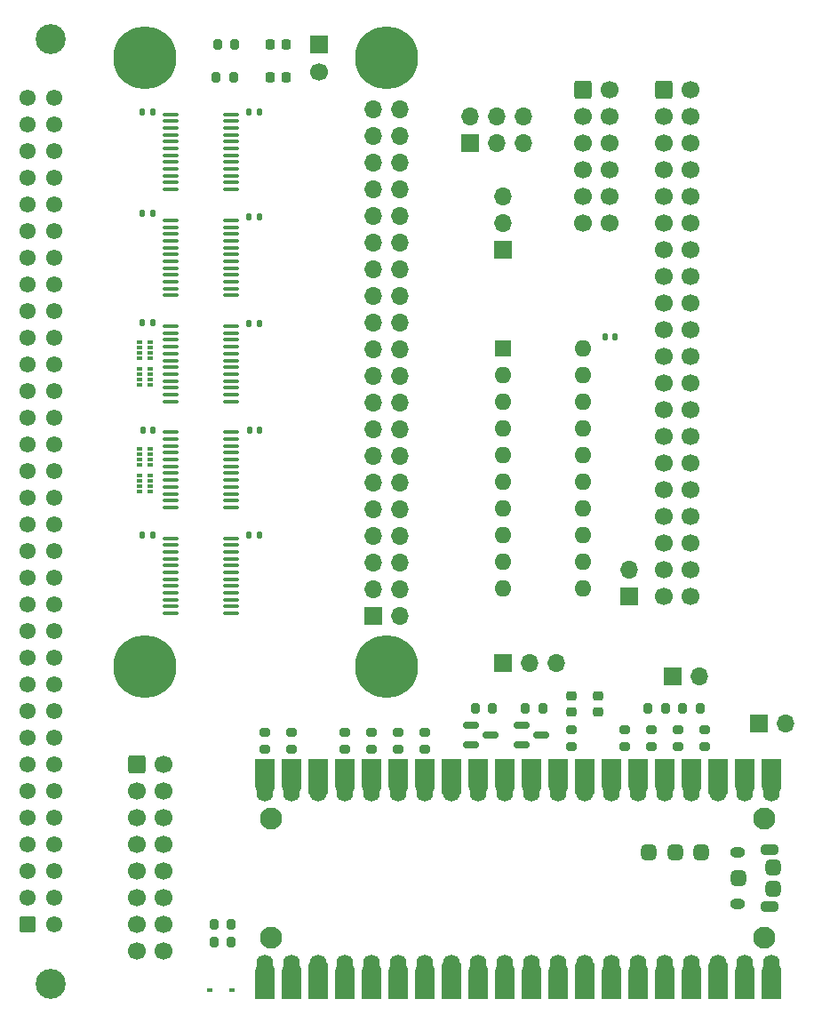
<source format=gbr>
%TF.GenerationSoftware,KiCad,Pcbnew,(6.0.9)*%
%TF.CreationDate,2023-02-25T15:14:18+00:00*%
%TF.ProjectId,Atom_VGA_Tube_Combo,41746f6d-5f56-4474-915f-547562655f43,rev?*%
%TF.SameCoordinates,Original*%
%TF.FileFunction,Soldermask,Top*%
%TF.FilePolarity,Negative*%
%FSLAX46Y46*%
G04 Gerber Fmt 4.6, Leading zero omitted, Abs format (unit mm)*
G04 Created by KiCad (PCBNEW (6.0.9)) date 2023-02-25 15:14:18*
%MOMM*%
%LPD*%
G01*
G04 APERTURE LIST*
G04 Aperture macros list*
%AMRoundRect*
0 Rectangle with rounded corners*
0 $1 Rounding radius*
0 $2 $3 $4 $5 $6 $7 $8 $9 X,Y pos of 4 corners*
0 Add a 4 corners polygon primitive as box body*
4,1,4,$2,$3,$4,$5,$6,$7,$8,$9,$2,$3,0*
0 Add four circle primitives for the rounded corners*
1,1,$1+$1,$2,$3*
1,1,$1+$1,$4,$5*
1,1,$1+$1,$6,$7*
1,1,$1+$1,$8,$9*
0 Add four rect primitives between the rounded corners*
20,1,$1+$1,$2,$3,$4,$5,0*
20,1,$1+$1,$4,$5,$6,$7,0*
20,1,$1+$1,$6,$7,$8,$9,0*
20,1,$1+$1,$8,$9,$2,$3,0*%
G04 Aperture macros list end*
%ADD10C,0.010000*%
%ADD11RoundRect,0.250000X-0.600000X-0.600000X0.600000X-0.600000X0.600000X0.600000X-0.600000X0.600000X0*%
%ADD12C,1.700000*%
%ADD13RoundRect,0.225000X0.250000X-0.225000X0.250000X0.225000X-0.250000X0.225000X-0.250000X-0.225000X0*%
%ADD14RoundRect,0.200000X0.200000X0.275000X-0.200000X0.275000X-0.200000X-0.275000X0.200000X-0.275000X0*%
%ADD15RoundRect,0.150000X-0.587500X-0.150000X0.587500X-0.150000X0.587500X0.150000X-0.587500X0.150000X0*%
%ADD16R,1.700000X1.700000*%
%ADD17O,1.700000X1.700000*%
%ADD18RoundRect,0.200000X0.275000X-0.200000X0.275000X0.200000X-0.275000X0.200000X-0.275000X-0.200000X0*%
%ADD19R,0.500000X0.320000*%
%ADD20RoundRect,0.140000X-0.140000X-0.170000X0.140000X-0.170000X0.140000X0.170000X-0.140000X0.170000X0*%
%ADD21RoundRect,0.200000X-0.200000X-0.275000X0.200000X-0.275000X0.200000X0.275000X-0.200000X0.275000X0*%
%ADD22RoundRect,0.100000X-0.637500X-0.100000X0.637500X-0.100000X0.637500X0.100000X-0.637500X0.100000X0*%
%ADD23RoundRect,0.225000X-0.250000X0.225000X-0.250000X-0.225000X0.250000X-0.225000X0.250000X0.225000X0*%
%ADD24C,2.100000*%
%ADD25O,1.600000X3.200000*%
%ADD26O,1.800000X1.100000*%
%ADD27O,1.450000X1.050000*%
%ADD28RoundRect,0.450000X-0.300000X0.300000X-0.300000X-0.300000X0.300000X-0.300000X0.300000X0.300000X0*%
%ADD29RoundRect,0.140000X0.140000X0.170000X-0.140000X0.170000X-0.140000X-0.170000X0.140000X-0.170000X0*%
%ADD30C,6.000000*%
%ADD31R,0.600000X0.450000*%
%ADD32RoundRect,0.218750X0.218750X0.256250X-0.218750X0.256250X-0.218750X-0.256250X0.218750X-0.256250X0*%
%ADD33R,1.600000X1.600000*%
%ADD34O,1.600000X1.600000*%
%ADD35C,2.850000*%
%ADD36RoundRect,0.249999X-0.525001X-0.525001X0.525001X-0.525001X0.525001X0.525001X-0.525001X0.525001X0*%
%ADD37C,1.550000*%
G04 APERTURE END LIST*
%TO.C,U1*%
G36*
X108578500Y-93396500D02*
G01*
X108577500Y-93443500D01*
X108573500Y-93490500D01*
X108567500Y-93537500D01*
X108558500Y-93583500D01*
X108547500Y-93629500D01*
X108534500Y-93674500D01*
X108518500Y-93719500D01*
X108500500Y-93762500D01*
X108480500Y-93805500D01*
X108457500Y-93846500D01*
X108433500Y-93886500D01*
X108406500Y-93925500D01*
X108377500Y-93962500D01*
X108347500Y-93998500D01*
X108314500Y-94032500D01*
X108280500Y-94065500D01*
X108244500Y-94095500D01*
X108207500Y-94124500D01*
X108168500Y-94151500D01*
X108128500Y-94175500D01*
X108087500Y-94198500D01*
X108044500Y-94218500D01*
X108001500Y-94236500D01*
X107956500Y-94252500D01*
X107911500Y-94265500D01*
X107865500Y-94276500D01*
X107819500Y-94285500D01*
X107772500Y-94291500D01*
X107725500Y-94295500D01*
X107678500Y-94296500D01*
X107631500Y-94295500D01*
X107584500Y-94291500D01*
X107537500Y-94285500D01*
X107491500Y-94276500D01*
X107445500Y-94265500D01*
X107400500Y-94252500D01*
X107355500Y-94236500D01*
X107312500Y-94218500D01*
X107269500Y-94198500D01*
X107228500Y-94175500D01*
X107188500Y-94151500D01*
X107149500Y-94124500D01*
X107112500Y-94095500D01*
X107076500Y-94065500D01*
X107042500Y-94032500D01*
X107009500Y-93998500D01*
X106979500Y-93962500D01*
X106950500Y-93925500D01*
X106923500Y-93886500D01*
X106899500Y-93846500D01*
X106876500Y-93805500D01*
X106856500Y-93762500D01*
X106838500Y-93719500D01*
X106822500Y-93674500D01*
X106809500Y-93629500D01*
X106798500Y-93583500D01*
X106789500Y-93537500D01*
X106783500Y-93490500D01*
X106779500Y-93443500D01*
X106778500Y-93396500D01*
X106778500Y-90896500D01*
X108578500Y-90896500D01*
X108578500Y-93396500D01*
G37*
D10*
X108578500Y-93396500D02*
X108577500Y-93443500D01*
X108573500Y-93490500D01*
X108567500Y-93537500D01*
X108558500Y-93583500D01*
X108547500Y-93629500D01*
X108534500Y-93674500D01*
X108518500Y-93719500D01*
X108500500Y-93762500D01*
X108480500Y-93805500D01*
X108457500Y-93846500D01*
X108433500Y-93886500D01*
X108406500Y-93925500D01*
X108377500Y-93962500D01*
X108347500Y-93998500D01*
X108314500Y-94032500D01*
X108280500Y-94065500D01*
X108244500Y-94095500D01*
X108207500Y-94124500D01*
X108168500Y-94151500D01*
X108128500Y-94175500D01*
X108087500Y-94198500D01*
X108044500Y-94218500D01*
X108001500Y-94236500D01*
X107956500Y-94252500D01*
X107911500Y-94265500D01*
X107865500Y-94276500D01*
X107819500Y-94285500D01*
X107772500Y-94291500D01*
X107725500Y-94295500D01*
X107678500Y-94296500D01*
X107631500Y-94295500D01*
X107584500Y-94291500D01*
X107537500Y-94285500D01*
X107491500Y-94276500D01*
X107445500Y-94265500D01*
X107400500Y-94252500D01*
X107355500Y-94236500D01*
X107312500Y-94218500D01*
X107269500Y-94198500D01*
X107228500Y-94175500D01*
X107188500Y-94151500D01*
X107149500Y-94124500D01*
X107112500Y-94095500D01*
X107076500Y-94065500D01*
X107042500Y-94032500D01*
X107009500Y-93998500D01*
X106979500Y-93962500D01*
X106950500Y-93925500D01*
X106923500Y-93886500D01*
X106899500Y-93846500D01*
X106876500Y-93805500D01*
X106856500Y-93762500D01*
X106838500Y-93719500D01*
X106822500Y-93674500D01*
X106809500Y-93629500D01*
X106798500Y-93583500D01*
X106789500Y-93537500D01*
X106783500Y-93490500D01*
X106779500Y-93443500D01*
X106778500Y-93396500D01*
X106778500Y-90896500D01*
X108578500Y-90896500D01*
X108578500Y-93396500D01*
G36*
X136518500Y-93396500D02*
G01*
X136517500Y-93443500D01*
X136513500Y-93490500D01*
X136507500Y-93537500D01*
X136498500Y-93583500D01*
X136487500Y-93629500D01*
X136474500Y-93674500D01*
X136458500Y-93719500D01*
X136440500Y-93762500D01*
X136420500Y-93805500D01*
X136397500Y-93846500D01*
X136373500Y-93886500D01*
X136346500Y-93925500D01*
X136317500Y-93962500D01*
X136287500Y-93998500D01*
X136254500Y-94032500D01*
X136220500Y-94065500D01*
X136184500Y-94095500D01*
X136147500Y-94124500D01*
X136108500Y-94151500D01*
X136068500Y-94175500D01*
X136027500Y-94198500D01*
X135984500Y-94218500D01*
X135941500Y-94236500D01*
X135896500Y-94252500D01*
X135851500Y-94265500D01*
X135805500Y-94276500D01*
X135759500Y-94285500D01*
X135712500Y-94291500D01*
X135665500Y-94295500D01*
X135618500Y-94296500D01*
X135571500Y-94295500D01*
X135524500Y-94291500D01*
X135477500Y-94285500D01*
X135431500Y-94276500D01*
X135385500Y-94265500D01*
X135340500Y-94252500D01*
X135295500Y-94236500D01*
X135252500Y-94218500D01*
X135209500Y-94198500D01*
X135168500Y-94175500D01*
X135128500Y-94151500D01*
X135089500Y-94124500D01*
X135052500Y-94095500D01*
X135016500Y-94065500D01*
X134982500Y-94032500D01*
X134949500Y-93998500D01*
X134919500Y-93962500D01*
X134890500Y-93925500D01*
X134863500Y-93886500D01*
X134839500Y-93846500D01*
X134816500Y-93805500D01*
X134796500Y-93762500D01*
X134778500Y-93719500D01*
X134762500Y-93674500D01*
X134749500Y-93629500D01*
X134738500Y-93583500D01*
X134729500Y-93537500D01*
X134723500Y-93490500D01*
X134719500Y-93443500D01*
X134718500Y-93396500D01*
X134718500Y-90896500D01*
X136518500Y-90896500D01*
X136518500Y-93396500D01*
G37*
X136518500Y-93396500D02*
X136517500Y-93443500D01*
X136513500Y-93490500D01*
X136507500Y-93537500D01*
X136498500Y-93583500D01*
X136487500Y-93629500D01*
X136474500Y-93674500D01*
X136458500Y-93719500D01*
X136440500Y-93762500D01*
X136420500Y-93805500D01*
X136397500Y-93846500D01*
X136373500Y-93886500D01*
X136346500Y-93925500D01*
X136317500Y-93962500D01*
X136287500Y-93998500D01*
X136254500Y-94032500D01*
X136220500Y-94065500D01*
X136184500Y-94095500D01*
X136147500Y-94124500D01*
X136108500Y-94151500D01*
X136068500Y-94175500D01*
X136027500Y-94198500D01*
X135984500Y-94218500D01*
X135941500Y-94236500D01*
X135896500Y-94252500D01*
X135851500Y-94265500D01*
X135805500Y-94276500D01*
X135759500Y-94285500D01*
X135712500Y-94291500D01*
X135665500Y-94295500D01*
X135618500Y-94296500D01*
X135571500Y-94295500D01*
X135524500Y-94291500D01*
X135477500Y-94285500D01*
X135431500Y-94276500D01*
X135385500Y-94265500D01*
X135340500Y-94252500D01*
X135295500Y-94236500D01*
X135252500Y-94218500D01*
X135209500Y-94198500D01*
X135168500Y-94175500D01*
X135128500Y-94151500D01*
X135089500Y-94124500D01*
X135052500Y-94095500D01*
X135016500Y-94065500D01*
X134982500Y-94032500D01*
X134949500Y-93998500D01*
X134919500Y-93962500D01*
X134890500Y-93925500D01*
X134863500Y-93886500D01*
X134839500Y-93846500D01*
X134816500Y-93805500D01*
X134796500Y-93762500D01*
X134778500Y-93719500D01*
X134762500Y-93674500D01*
X134749500Y-93629500D01*
X134738500Y-93583500D01*
X134729500Y-93537500D01*
X134723500Y-93490500D01*
X134719500Y-93443500D01*
X134718500Y-93396500D01*
X134718500Y-90896500D01*
X136518500Y-90896500D01*
X136518500Y-93396500D01*
G36*
X95878500Y-93396500D02*
G01*
X95877500Y-93443500D01*
X95873500Y-93490500D01*
X95867500Y-93537500D01*
X95858500Y-93583500D01*
X95847500Y-93629500D01*
X95834500Y-93674500D01*
X95818500Y-93719500D01*
X95800500Y-93762500D01*
X95780500Y-93805500D01*
X95757500Y-93846500D01*
X95733500Y-93886500D01*
X95706500Y-93925500D01*
X95677500Y-93962500D01*
X95647500Y-93998500D01*
X95614500Y-94032500D01*
X95580500Y-94065500D01*
X95544500Y-94095500D01*
X95507500Y-94124500D01*
X95468500Y-94151500D01*
X95428500Y-94175500D01*
X95387500Y-94198500D01*
X95344500Y-94218500D01*
X95301500Y-94236500D01*
X95256500Y-94252500D01*
X95211500Y-94265500D01*
X95165500Y-94276500D01*
X95119500Y-94285500D01*
X95072500Y-94291500D01*
X95025500Y-94295500D01*
X94978500Y-94296500D01*
X94931500Y-94295500D01*
X94884500Y-94291500D01*
X94837500Y-94285500D01*
X94791500Y-94276500D01*
X94745500Y-94265500D01*
X94700500Y-94252500D01*
X94655500Y-94236500D01*
X94612500Y-94218500D01*
X94569500Y-94198500D01*
X94528500Y-94175500D01*
X94488500Y-94151500D01*
X94449500Y-94124500D01*
X94412500Y-94095500D01*
X94376500Y-94065500D01*
X94342500Y-94032500D01*
X94309500Y-93998500D01*
X94279500Y-93962500D01*
X94250500Y-93925500D01*
X94223500Y-93886500D01*
X94199500Y-93846500D01*
X94176500Y-93805500D01*
X94156500Y-93762500D01*
X94138500Y-93719500D01*
X94122500Y-93674500D01*
X94109500Y-93629500D01*
X94098500Y-93583500D01*
X94089500Y-93537500D01*
X94083500Y-93490500D01*
X94079500Y-93443500D01*
X94078500Y-93396500D01*
X94078500Y-90896500D01*
X95878500Y-90896500D01*
X95878500Y-93396500D01*
G37*
X95878500Y-93396500D02*
X95877500Y-93443500D01*
X95873500Y-93490500D01*
X95867500Y-93537500D01*
X95858500Y-93583500D01*
X95847500Y-93629500D01*
X95834500Y-93674500D01*
X95818500Y-93719500D01*
X95800500Y-93762500D01*
X95780500Y-93805500D01*
X95757500Y-93846500D01*
X95733500Y-93886500D01*
X95706500Y-93925500D01*
X95677500Y-93962500D01*
X95647500Y-93998500D01*
X95614500Y-94032500D01*
X95580500Y-94065500D01*
X95544500Y-94095500D01*
X95507500Y-94124500D01*
X95468500Y-94151500D01*
X95428500Y-94175500D01*
X95387500Y-94198500D01*
X95344500Y-94218500D01*
X95301500Y-94236500D01*
X95256500Y-94252500D01*
X95211500Y-94265500D01*
X95165500Y-94276500D01*
X95119500Y-94285500D01*
X95072500Y-94291500D01*
X95025500Y-94295500D01*
X94978500Y-94296500D01*
X94931500Y-94295500D01*
X94884500Y-94291500D01*
X94837500Y-94285500D01*
X94791500Y-94276500D01*
X94745500Y-94265500D01*
X94700500Y-94252500D01*
X94655500Y-94236500D01*
X94612500Y-94218500D01*
X94569500Y-94198500D01*
X94528500Y-94175500D01*
X94488500Y-94151500D01*
X94449500Y-94124500D01*
X94412500Y-94095500D01*
X94376500Y-94065500D01*
X94342500Y-94032500D01*
X94309500Y-93998500D01*
X94279500Y-93962500D01*
X94250500Y-93925500D01*
X94223500Y-93886500D01*
X94199500Y-93846500D01*
X94176500Y-93805500D01*
X94156500Y-93762500D01*
X94138500Y-93719500D01*
X94122500Y-93674500D01*
X94109500Y-93629500D01*
X94098500Y-93583500D01*
X94089500Y-93537500D01*
X94083500Y-93490500D01*
X94079500Y-93443500D01*
X94078500Y-93396500D01*
X94078500Y-90896500D01*
X95878500Y-90896500D01*
X95878500Y-93396500D01*
G36*
X111118500Y-93396500D02*
G01*
X111117500Y-93443500D01*
X111113500Y-93490500D01*
X111107500Y-93537500D01*
X111098500Y-93583500D01*
X111087500Y-93629500D01*
X111074500Y-93674500D01*
X111058500Y-93719500D01*
X111040500Y-93762500D01*
X111020500Y-93805500D01*
X110997500Y-93846500D01*
X110973500Y-93886500D01*
X110946500Y-93925500D01*
X110917500Y-93962500D01*
X110887500Y-93998500D01*
X110854500Y-94032500D01*
X110820500Y-94065500D01*
X110784500Y-94095500D01*
X110747500Y-94124500D01*
X110708500Y-94151500D01*
X110668500Y-94175500D01*
X110627500Y-94198500D01*
X110584500Y-94218500D01*
X110541500Y-94236500D01*
X110496500Y-94252500D01*
X110451500Y-94265500D01*
X110405500Y-94276500D01*
X110359500Y-94285500D01*
X110312500Y-94291500D01*
X110265500Y-94295500D01*
X110218500Y-94296500D01*
X110171500Y-94295500D01*
X110124500Y-94291500D01*
X110077500Y-94285500D01*
X110031500Y-94276500D01*
X109985500Y-94265500D01*
X109940500Y-94252500D01*
X109895500Y-94236500D01*
X109852500Y-94218500D01*
X109809500Y-94198500D01*
X109768500Y-94175500D01*
X109728500Y-94151500D01*
X109689500Y-94124500D01*
X109652500Y-94095500D01*
X109616500Y-94065500D01*
X109582500Y-94032500D01*
X109549500Y-93998500D01*
X109519500Y-93962500D01*
X109490500Y-93925500D01*
X109463500Y-93886500D01*
X109439500Y-93846500D01*
X109416500Y-93805500D01*
X109396500Y-93762500D01*
X109378500Y-93719500D01*
X109362500Y-93674500D01*
X109349500Y-93629500D01*
X109338500Y-93583500D01*
X109329500Y-93537500D01*
X109323500Y-93490500D01*
X109319500Y-93443500D01*
X109318500Y-93396500D01*
X109318500Y-90896500D01*
X111118500Y-90896500D01*
X111118500Y-93396500D01*
G37*
X111118500Y-93396500D02*
X111117500Y-93443500D01*
X111113500Y-93490500D01*
X111107500Y-93537500D01*
X111098500Y-93583500D01*
X111087500Y-93629500D01*
X111074500Y-93674500D01*
X111058500Y-93719500D01*
X111040500Y-93762500D01*
X111020500Y-93805500D01*
X110997500Y-93846500D01*
X110973500Y-93886500D01*
X110946500Y-93925500D01*
X110917500Y-93962500D01*
X110887500Y-93998500D01*
X110854500Y-94032500D01*
X110820500Y-94065500D01*
X110784500Y-94095500D01*
X110747500Y-94124500D01*
X110708500Y-94151500D01*
X110668500Y-94175500D01*
X110627500Y-94198500D01*
X110584500Y-94218500D01*
X110541500Y-94236500D01*
X110496500Y-94252500D01*
X110451500Y-94265500D01*
X110405500Y-94276500D01*
X110359500Y-94285500D01*
X110312500Y-94291500D01*
X110265500Y-94295500D01*
X110218500Y-94296500D01*
X110171500Y-94295500D01*
X110124500Y-94291500D01*
X110077500Y-94285500D01*
X110031500Y-94276500D01*
X109985500Y-94265500D01*
X109940500Y-94252500D01*
X109895500Y-94236500D01*
X109852500Y-94218500D01*
X109809500Y-94198500D01*
X109768500Y-94175500D01*
X109728500Y-94151500D01*
X109689500Y-94124500D01*
X109652500Y-94095500D01*
X109616500Y-94065500D01*
X109582500Y-94032500D01*
X109549500Y-93998500D01*
X109519500Y-93962500D01*
X109490500Y-93925500D01*
X109463500Y-93886500D01*
X109439500Y-93846500D01*
X109416500Y-93805500D01*
X109396500Y-93762500D01*
X109378500Y-93719500D01*
X109362500Y-93674500D01*
X109349500Y-93629500D01*
X109338500Y-93583500D01*
X109329500Y-93537500D01*
X109323500Y-93490500D01*
X109319500Y-93443500D01*
X109318500Y-93396500D01*
X109318500Y-90896500D01*
X111118500Y-90896500D01*
X111118500Y-93396500D01*
G36*
X133125500Y-110277500D02*
G01*
X133172500Y-110281500D01*
X133219500Y-110287500D01*
X133265500Y-110296500D01*
X133311500Y-110307500D01*
X133356500Y-110320500D01*
X133401500Y-110336500D01*
X133444500Y-110354500D01*
X133487500Y-110374500D01*
X133528500Y-110397500D01*
X133568500Y-110421500D01*
X133607500Y-110448500D01*
X133644500Y-110477500D01*
X133680500Y-110507500D01*
X133714500Y-110540500D01*
X133747500Y-110574500D01*
X133777500Y-110610500D01*
X133806500Y-110647500D01*
X133833500Y-110686500D01*
X133857500Y-110726500D01*
X133880500Y-110767500D01*
X133900500Y-110810500D01*
X133918500Y-110853500D01*
X133934500Y-110898500D01*
X133947500Y-110943500D01*
X133958500Y-110989500D01*
X133967500Y-111035500D01*
X133973500Y-111082500D01*
X133977500Y-111129500D01*
X133978500Y-111176500D01*
X133978500Y-113676500D01*
X132178500Y-113676500D01*
X132178500Y-111176500D01*
X132179500Y-111129500D01*
X132183500Y-111082500D01*
X132189500Y-111035500D01*
X132198500Y-110989500D01*
X132209500Y-110943500D01*
X132222500Y-110898500D01*
X132238500Y-110853500D01*
X132256500Y-110810500D01*
X132276500Y-110767500D01*
X132299500Y-110726500D01*
X132323500Y-110686500D01*
X132350500Y-110647500D01*
X132379500Y-110610500D01*
X132409500Y-110574500D01*
X132442500Y-110540500D01*
X132476500Y-110507500D01*
X132512500Y-110477500D01*
X132549500Y-110448500D01*
X132588500Y-110421500D01*
X132628500Y-110397500D01*
X132669500Y-110374500D01*
X132712500Y-110354500D01*
X132755500Y-110336500D01*
X132800500Y-110320500D01*
X132845500Y-110307500D01*
X132891500Y-110296500D01*
X132937500Y-110287500D01*
X132984500Y-110281500D01*
X133031500Y-110277500D01*
X133078500Y-110276500D01*
X133125500Y-110277500D01*
G37*
X133125500Y-110277500D02*
X133172500Y-110281500D01*
X133219500Y-110287500D01*
X133265500Y-110296500D01*
X133311500Y-110307500D01*
X133356500Y-110320500D01*
X133401500Y-110336500D01*
X133444500Y-110354500D01*
X133487500Y-110374500D01*
X133528500Y-110397500D01*
X133568500Y-110421500D01*
X133607500Y-110448500D01*
X133644500Y-110477500D01*
X133680500Y-110507500D01*
X133714500Y-110540500D01*
X133747500Y-110574500D01*
X133777500Y-110610500D01*
X133806500Y-110647500D01*
X133833500Y-110686500D01*
X133857500Y-110726500D01*
X133880500Y-110767500D01*
X133900500Y-110810500D01*
X133918500Y-110853500D01*
X133934500Y-110898500D01*
X133947500Y-110943500D01*
X133958500Y-110989500D01*
X133967500Y-111035500D01*
X133973500Y-111082500D01*
X133977500Y-111129500D01*
X133978500Y-111176500D01*
X133978500Y-113676500D01*
X132178500Y-113676500D01*
X132178500Y-111176500D01*
X132179500Y-111129500D01*
X132183500Y-111082500D01*
X132189500Y-111035500D01*
X132198500Y-110989500D01*
X132209500Y-110943500D01*
X132222500Y-110898500D01*
X132238500Y-110853500D01*
X132256500Y-110810500D01*
X132276500Y-110767500D01*
X132299500Y-110726500D01*
X132323500Y-110686500D01*
X132350500Y-110647500D01*
X132379500Y-110610500D01*
X132409500Y-110574500D01*
X132442500Y-110540500D01*
X132476500Y-110507500D01*
X132512500Y-110477500D01*
X132549500Y-110448500D01*
X132588500Y-110421500D01*
X132628500Y-110397500D01*
X132669500Y-110374500D01*
X132712500Y-110354500D01*
X132755500Y-110336500D01*
X132800500Y-110320500D01*
X132845500Y-110307500D01*
X132891500Y-110296500D01*
X132937500Y-110287500D01*
X132984500Y-110281500D01*
X133031500Y-110277500D01*
X133078500Y-110276500D01*
X133125500Y-110277500D01*
G36*
X128898500Y-93396500D02*
G01*
X128897500Y-93443500D01*
X128893500Y-93490500D01*
X128887500Y-93537500D01*
X128878500Y-93583500D01*
X128867500Y-93629500D01*
X128854500Y-93674500D01*
X128838500Y-93719500D01*
X128820500Y-93762500D01*
X128800500Y-93805500D01*
X128777500Y-93846500D01*
X128753500Y-93886500D01*
X128726500Y-93925500D01*
X128697500Y-93962500D01*
X128667500Y-93998500D01*
X128634500Y-94032500D01*
X128600500Y-94065500D01*
X128564500Y-94095500D01*
X128527500Y-94124500D01*
X128488500Y-94151500D01*
X128448500Y-94175500D01*
X128407500Y-94198500D01*
X128364500Y-94218500D01*
X128321500Y-94236500D01*
X128276500Y-94252500D01*
X128231500Y-94265500D01*
X128185500Y-94276500D01*
X128139500Y-94285500D01*
X128092500Y-94291500D01*
X128045500Y-94295500D01*
X127998500Y-94296500D01*
X127951500Y-94295500D01*
X127904500Y-94291500D01*
X127857500Y-94285500D01*
X127811500Y-94276500D01*
X127765500Y-94265500D01*
X127720500Y-94252500D01*
X127675500Y-94236500D01*
X127632500Y-94218500D01*
X127589500Y-94198500D01*
X127548500Y-94175500D01*
X127508500Y-94151500D01*
X127469500Y-94124500D01*
X127432500Y-94095500D01*
X127396500Y-94065500D01*
X127362500Y-94032500D01*
X127329500Y-93998500D01*
X127299500Y-93962500D01*
X127270500Y-93925500D01*
X127243500Y-93886500D01*
X127219500Y-93846500D01*
X127196500Y-93805500D01*
X127176500Y-93762500D01*
X127158500Y-93719500D01*
X127142500Y-93674500D01*
X127129500Y-93629500D01*
X127118500Y-93583500D01*
X127109500Y-93537500D01*
X127103500Y-93490500D01*
X127099500Y-93443500D01*
X127098500Y-93396500D01*
X127098500Y-90896500D01*
X128898500Y-90896500D01*
X128898500Y-93396500D01*
G37*
X128898500Y-93396500D02*
X128897500Y-93443500D01*
X128893500Y-93490500D01*
X128887500Y-93537500D01*
X128878500Y-93583500D01*
X128867500Y-93629500D01*
X128854500Y-93674500D01*
X128838500Y-93719500D01*
X128820500Y-93762500D01*
X128800500Y-93805500D01*
X128777500Y-93846500D01*
X128753500Y-93886500D01*
X128726500Y-93925500D01*
X128697500Y-93962500D01*
X128667500Y-93998500D01*
X128634500Y-94032500D01*
X128600500Y-94065500D01*
X128564500Y-94095500D01*
X128527500Y-94124500D01*
X128488500Y-94151500D01*
X128448500Y-94175500D01*
X128407500Y-94198500D01*
X128364500Y-94218500D01*
X128321500Y-94236500D01*
X128276500Y-94252500D01*
X128231500Y-94265500D01*
X128185500Y-94276500D01*
X128139500Y-94285500D01*
X128092500Y-94291500D01*
X128045500Y-94295500D01*
X127998500Y-94296500D01*
X127951500Y-94295500D01*
X127904500Y-94291500D01*
X127857500Y-94285500D01*
X127811500Y-94276500D01*
X127765500Y-94265500D01*
X127720500Y-94252500D01*
X127675500Y-94236500D01*
X127632500Y-94218500D01*
X127589500Y-94198500D01*
X127548500Y-94175500D01*
X127508500Y-94151500D01*
X127469500Y-94124500D01*
X127432500Y-94095500D01*
X127396500Y-94065500D01*
X127362500Y-94032500D01*
X127329500Y-93998500D01*
X127299500Y-93962500D01*
X127270500Y-93925500D01*
X127243500Y-93886500D01*
X127219500Y-93846500D01*
X127196500Y-93805500D01*
X127176500Y-93762500D01*
X127158500Y-93719500D01*
X127142500Y-93674500D01*
X127129500Y-93629500D01*
X127118500Y-93583500D01*
X127109500Y-93537500D01*
X127103500Y-93490500D01*
X127099500Y-93443500D01*
X127098500Y-93396500D01*
X127098500Y-90896500D01*
X128898500Y-90896500D01*
X128898500Y-93396500D01*
G36*
X113658500Y-93396500D02*
G01*
X113657500Y-93443500D01*
X113653500Y-93490500D01*
X113647500Y-93537500D01*
X113638500Y-93583500D01*
X113627500Y-93629500D01*
X113614500Y-93674500D01*
X113598500Y-93719500D01*
X113580500Y-93762500D01*
X113560500Y-93805500D01*
X113537500Y-93846500D01*
X113513500Y-93886500D01*
X113486500Y-93925500D01*
X113457500Y-93962500D01*
X113427500Y-93998500D01*
X113394500Y-94032500D01*
X113360500Y-94065500D01*
X113324500Y-94095500D01*
X113287500Y-94124500D01*
X113248500Y-94151500D01*
X113208500Y-94175500D01*
X113167500Y-94198500D01*
X113124500Y-94218500D01*
X113081500Y-94236500D01*
X113036500Y-94252500D01*
X112991500Y-94265500D01*
X112945500Y-94276500D01*
X112899500Y-94285500D01*
X112852500Y-94291500D01*
X112805500Y-94295500D01*
X112758500Y-94296500D01*
X112711500Y-94295500D01*
X112664500Y-94291500D01*
X112617500Y-94285500D01*
X112571500Y-94276500D01*
X112525500Y-94265500D01*
X112480500Y-94252500D01*
X112435500Y-94236500D01*
X112392500Y-94218500D01*
X112349500Y-94198500D01*
X112308500Y-94175500D01*
X112268500Y-94151500D01*
X112229500Y-94124500D01*
X112192500Y-94095500D01*
X112156500Y-94065500D01*
X112122500Y-94032500D01*
X112089500Y-93998500D01*
X112059500Y-93962500D01*
X112030500Y-93925500D01*
X112003500Y-93886500D01*
X111979500Y-93846500D01*
X111956500Y-93805500D01*
X111936500Y-93762500D01*
X111918500Y-93719500D01*
X111902500Y-93674500D01*
X111889500Y-93629500D01*
X111878500Y-93583500D01*
X111869500Y-93537500D01*
X111863500Y-93490500D01*
X111859500Y-93443500D01*
X111858500Y-93396500D01*
X111858500Y-90896500D01*
X113658500Y-90896500D01*
X113658500Y-93396500D01*
G37*
X113658500Y-93396500D02*
X113657500Y-93443500D01*
X113653500Y-93490500D01*
X113647500Y-93537500D01*
X113638500Y-93583500D01*
X113627500Y-93629500D01*
X113614500Y-93674500D01*
X113598500Y-93719500D01*
X113580500Y-93762500D01*
X113560500Y-93805500D01*
X113537500Y-93846500D01*
X113513500Y-93886500D01*
X113486500Y-93925500D01*
X113457500Y-93962500D01*
X113427500Y-93998500D01*
X113394500Y-94032500D01*
X113360500Y-94065500D01*
X113324500Y-94095500D01*
X113287500Y-94124500D01*
X113248500Y-94151500D01*
X113208500Y-94175500D01*
X113167500Y-94198500D01*
X113124500Y-94218500D01*
X113081500Y-94236500D01*
X113036500Y-94252500D01*
X112991500Y-94265500D01*
X112945500Y-94276500D01*
X112899500Y-94285500D01*
X112852500Y-94291500D01*
X112805500Y-94295500D01*
X112758500Y-94296500D01*
X112711500Y-94295500D01*
X112664500Y-94291500D01*
X112617500Y-94285500D01*
X112571500Y-94276500D01*
X112525500Y-94265500D01*
X112480500Y-94252500D01*
X112435500Y-94236500D01*
X112392500Y-94218500D01*
X112349500Y-94198500D01*
X112308500Y-94175500D01*
X112268500Y-94151500D01*
X112229500Y-94124500D01*
X112192500Y-94095500D01*
X112156500Y-94065500D01*
X112122500Y-94032500D01*
X112089500Y-93998500D01*
X112059500Y-93962500D01*
X112030500Y-93925500D01*
X112003500Y-93886500D01*
X111979500Y-93846500D01*
X111956500Y-93805500D01*
X111936500Y-93762500D01*
X111918500Y-93719500D01*
X111902500Y-93674500D01*
X111889500Y-93629500D01*
X111878500Y-93583500D01*
X111869500Y-93537500D01*
X111863500Y-93490500D01*
X111859500Y-93443500D01*
X111858500Y-93396500D01*
X111858500Y-90896500D01*
X113658500Y-90896500D01*
X113658500Y-93396500D01*
G36*
X88258500Y-93396500D02*
G01*
X88257500Y-93443500D01*
X88253500Y-93490500D01*
X88247500Y-93537500D01*
X88238500Y-93583500D01*
X88227500Y-93629500D01*
X88214500Y-93674500D01*
X88198500Y-93719500D01*
X88180500Y-93762500D01*
X88160500Y-93805500D01*
X88137500Y-93846500D01*
X88113500Y-93886500D01*
X88086500Y-93925500D01*
X88057500Y-93962500D01*
X88027500Y-93998500D01*
X87994500Y-94032500D01*
X87960500Y-94065500D01*
X87924500Y-94095500D01*
X87887500Y-94124500D01*
X87848500Y-94151500D01*
X87808500Y-94175500D01*
X87767500Y-94198500D01*
X87724500Y-94218500D01*
X87681500Y-94236500D01*
X87636500Y-94252500D01*
X87591500Y-94265500D01*
X87545500Y-94276500D01*
X87499500Y-94285500D01*
X87452500Y-94291500D01*
X87405500Y-94295500D01*
X87358500Y-94296500D01*
X87311500Y-94295500D01*
X87264500Y-94291500D01*
X87217500Y-94285500D01*
X87171500Y-94276500D01*
X87125500Y-94265500D01*
X87080500Y-94252500D01*
X87035500Y-94236500D01*
X86992500Y-94218500D01*
X86949500Y-94198500D01*
X86908500Y-94175500D01*
X86868500Y-94151500D01*
X86829500Y-94124500D01*
X86792500Y-94095500D01*
X86756500Y-94065500D01*
X86722500Y-94032500D01*
X86689500Y-93998500D01*
X86659500Y-93962500D01*
X86630500Y-93925500D01*
X86603500Y-93886500D01*
X86579500Y-93846500D01*
X86556500Y-93805500D01*
X86536500Y-93762500D01*
X86518500Y-93719500D01*
X86502500Y-93674500D01*
X86489500Y-93629500D01*
X86478500Y-93583500D01*
X86469500Y-93537500D01*
X86463500Y-93490500D01*
X86459500Y-93443500D01*
X86458500Y-93396500D01*
X86458500Y-90896500D01*
X88258500Y-90896500D01*
X88258500Y-93396500D01*
G37*
X88258500Y-93396500D02*
X88257500Y-93443500D01*
X88253500Y-93490500D01*
X88247500Y-93537500D01*
X88238500Y-93583500D01*
X88227500Y-93629500D01*
X88214500Y-93674500D01*
X88198500Y-93719500D01*
X88180500Y-93762500D01*
X88160500Y-93805500D01*
X88137500Y-93846500D01*
X88113500Y-93886500D01*
X88086500Y-93925500D01*
X88057500Y-93962500D01*
X88027500Y-93998500D01*
X87994500Y-94032500D01*
X87960500Y-94065500D01*
X87924500Y-94095500D01*
X87887500Y-94124500D01*
X87848500Y-94151500D01*
X87808500Y-94175500D01*
X87767500Y-94198500D01*
X87724500Y-94218500D01*
X87681500Y-94236500D01*
X87636500Y-94252500D01*
X87591500Y-94265500D01*
X87545500Y-94276500D01*
X87499500Y-94285500D01*
X87452500Y-94291500D01*
X87405500Y-94295500D01*
X87358500Y-94296500D01*
X87311500Y-94295500D01*
X87264500Y-94291500D01*
X87217500Y-94285500D01*
X87171500Y-94276500D01*
X87125500Y-94265500D01*
X87080500Y-94252500D01*
X87035500Y-94236500D01*
X86992500Y-94218500D01*
X86949500Y-94198500D01*
X86908500Y-94175500D01*
X86868500Y-94151500D01*
X86829500Y-94124500D01*
X86792500Y-94095500D01*
X86756500Y-94065500D01*
X86722500Y-94032500D01*
X86689500Y-93998500D01*
X86659500Y-93962500D01*
X86630500Y-93925500D01*
X86603500Y-93886500D01*
X86579500Y-93846500D01*
X86556500Y-93805500D01*
X86536500Y-93762500D01*
X86518500Y-93719500D01*
X86502500Y-93674500D01*
X86489500Y-93629500D01*
X86478500Y-93583500D01*
X86469500Y-93537500D01*
X86463500Y-93490500D01*
X86459500Y-93443500D01*
X86458500Y-93396500D01*
X86458500Y-90896500D01*
X88258500Y-90896500D01*
X88258500Y-93396500D01*
G36*
X102645500Y-110277500D02*
G01*
X102692500Y-110281500D01*
X102739500Y-110287500D01*
X102785500Y-110296500D01*
X102831500Y-110307500D01*
X102876500Y-110320500D01*
X102921500Y-110336500D01*
X102964500Y-110354500D01*
X103007500Y-110374500D01*
X103048500Y-110397500D01*
X103088500Y-110421500D01*
X103127500Y-110448500D01*
X103164500Y-110477500D01*
X103200500Y-110507500D01*
X103234500Y-110540500D01*
X103267500Y-110574500D01*
X103297500Y-110610500D01*
X103326500Y-110647500D01*
X103353500Y-110686500D01*
X103377500Y-110726500D01*
X103400500Y-110767500D01*
X103420500Y-110810500D01*
X103438500Y-110853500D01*
X103454500Y-110898500D01*
X103467500Y-110943500D01*
X103478500Y-110989500D01*
X103487500Y-111035500D01*
X103493500Y-111082500D01*
X103497500Y-111129500D01*
X103498500Y-111176500D01*
X103498500Y-113676500D01*
X101698500Y-113676500D01*
X101698500Y-111176500D01*
X101699500Y-111129500D01*
X101703500Y-111082500D01*
X101709500Y-111035500D01*
X101718500Y-110989500D01*
X101729500Y-110943500D01*
X101742500Y-110898500D01*
X101758500Y-110853500D01*
X101776500Y-110810500D01*
X101796500Y-110767500D01*
X101819500Y-110726500D01*
X101843500Y-110686500D01*
X101870500Y-110647500D01*
X101899500Y-110610500D01*
X101929500Y-110574500D01*
X101962500Y-110540500D01*
X101996500Y-110507500D01*
X102032500Y-110477500D01*
X102069500Y-110448500D01*
X102108500Y-110421500D01*
X102148500Y-110397500D01*
X102189500Y-110374500D01*
X102232500Y-110354500D01*
X102275500Y-110336500D01*
X102320500Y-110320500D01*
X102365500Y-110307500D01*
X102411500Y-110296500D01*
X102457500Y-110287500D01*
X102504500Y-110281500D01*
X102551500Y-110277500D01*
X102598500Y-110276500D01*
X102645500Y-110277500D01*
G37*
X102645500Y-110277500D02*
X102692500Y-110281500D01*
X102739500Y-110287500D01*
X102785500Y-110296500D01*
X102831500Y-110307500D01*
X102876500Y-110320500D01*
X102921500Y-110336500D01*
X102964500Y-110354500D01*
X103007500Y-110374500D01*
X103048500Y-110397500D01*
X103088500Y-110421500D01*
X103127500Y-110448500D01*
X103164500Y-110477500D01*
X103200500Y-110507500D01*
X103234500Y-110540500D01*
X103267500Y-110574500D01*
X103297500Y-110610500D01*
X103326500Y-110647500D01*
X103353500Y-110686500D01*
X103377500Y-110726500D01*
X103400500Y-110767500D01*
X103420500Y-110810500D01*
X103438500Y-110853500D01*
X103454500Y-110898500D01*
X103467500Y-110943500D01*
X103478500Y-110989500D01*
X103487500Y-111035500D01*
X103493500Y-111082500D01*
X103497500Y-111129500D01*
X103498500Y-111176500D01*
X103498500Y-113676500D01*
X101698500Y-113676500D01*
X101698500Y-111176500D01*
X101699500Y-111129500D01*
X101703500Y-111082500D01*
X101709500Y-111035500D01*
X101718500Y-110989500D01*
X101729500Y-110943500D01*
X101742500Y-110898500D01*
X101758500Y-110853500D01*
X101776500Y-110810500D01*
X101796500Y-110767500D01*
X101819500Y-110726500D01*
X101843500Y-110686500D01*
X101870500Y-110647500D01*
X101899500Y-110610500D01*
X101929500Y-110574500D01*
X101962500Y-110540500D01*
X101996500Y-110507500D01*
X102032500Y-110477500D01*
X102069500Y-110448500D01*
X102108500Y-110421500D01*
X102148500Y-110397500D01*
X102189500Y-110374500D01*
X102232500Y-110354500D01*
X102275500Y-110336500D01*
X102320500Y-110320500D01*
X102365500Y-110307500D01*
X102411500Y-110296500D01*
X102457500Y-110287500D01*
X102504500Y-110281500D01*
X102551500Y-110277500D01*
X102598500Y-110276500D01*
X102645500Y-110277500D01*
G36*
X116198500Y-93396500D02*
G01*
X116197500Y-93443500D01*
X116193500Y-93490500D01*
X116187500Y-93537500D01*
X116178500Y-93583500D01*
X116167500Y-93629500D01*
X116154500Y-93674500D01*
X116138500Y-93719500D01*
X116120500Y-93762500D01*
X116100500Y-93805500D01*
X116077500Y-93846500D01*
X116053500Y-93886500D01*
X116026500Y-93925500D01*
X115997500Y-93962500D01*
X115967500Y-93998500D01*
X115934500Y-94032500D01*
X115900500Y-94065500D01*
X115864500Y-94095500D01*
X115827500Y-94124500D01*
X115788500Y-94151500D01*
X115748500Y-94175500D01*
X115707500Y-94198500D01*
X115664500Y-94218500D01*
X115621500Y-94236500D01*
X115576500Y-94252500D01*
X115531500Y-94265500D01*
X115485500Y-94276500D01*
X115439500Y-94285500D01*
X115392500Y-94291500D01*
X115345500Y-94295500D01*
X115298500Y-94296500D01*
X115251500Y-94295500D01*
X115204500Y-94291500D01*
X115157500Y-94285500D01*
X115111500Y-94276500D01*
X115065500Y-94265500D01*
X115020500Y-94252500D01*
X114975500Y-94236500D01*
X114932500Y-94218500D01*
X114889500Y-94198500D01*
X114848500Y-94175500D01*
X114808500Y-94151500D01*
X114769500Y-94124500D01*
X114732500Y-94095500D01*
X114696500Y-94065500D01*
X114662500Y-94032500D01*
X114629500Y-93998500D01*
X114599500Y-93962500D01*
X114570500Y-93925500D01*
X114543500Y-93886500D01*
X114519500Y-93846500D01*
X114496500Y-93805500D01*
X114476500Y-93762500D01*
X114458500Y-93719500D01*
X114442500Y-93674500D01*
X114429500Y-93629500D01*
X114418500Y-93583500D01*
X114409500Y-93537500D01*
X114403500Y-93490500D01*
X114399500Y-93443500D01*
X114398500Y-93396500D01*
X114398500Y-90896500D01*
X116198500Y-90896500D01*
X116198500Y-93396500D01*
G37*
X116198500Y-93396500D02*
X116197500Y-93443500D01*
X116193500Y-93490500D01*
X116187500Y-93537500D01*
X116178500Y-93583500D01*
X116167500Y-93629500D01*
X116154500Y-93674500D01*
X116138500Y-93719500D01*
X116120500Y-93762500D01*
X116100500Y-93805500D01*
X116077500Y-93846500D01*
X116053500Y-93886500D01*
X116026500Y-93925500D01*
X115997500Y-93962500D01*
X115967500Y-93998500D01*
X115934500Y-94032500D01*
X115900500Y-94065500D01*
X115864500Y-94095500D01*
X115827500Y-94124500D01*
X115788500Y-94151500D01*
X115748500Y-94175500D01*
X115707500Y-94198500D01*
X115664500Y-94218500D01*
X115621500Y-94236500D01*
X115576500Y-94252500D01*
X115531500Y-94265500D01*
X115485500Y-94276500D01*
X115439500Y-94285500D01*
X115392500Y-94291500D01*
X115345500Y-94295500D01*
X115298500Y-94296500D01*
X115251500Y-94295500D01*
X115204500Y-94291500D01*
X115157500Y-94285500D01*
X115111500Y-94276500D01*
X115065500Y-94265500D01*
X115020500Y-94252500D01*
X114975500Y-94236500D01*
X114932500Y-94218500D01*
X114889500Y-94198500D01*
X114848500Y-94175500D01*
X114808500Y-94151500D01*
X114769500Y-94124500D01*
X114732500Y-94095500D01*
X114696500Y-94065500D01*
X114662500Y-94032500D01*
X114629500Y-93998500D01*
X114599500Y-93962500D01*
X114570500Y-93925500D01*
X114543500Y-93886500D01*
X114519500Y-93846500D01*
X114496500Y-93805500D01*
X114476500Y-93762500D01*
X114458500Y-93719500D01*
X114442500Y-93674500D01*
X114429500Y-93629500D01*
X114418500Y-93583500D01*
X114409500Y-93537500D01*
X114403500Y-93490500D01*
X114399500Y-93443500D01*
X114398500Y-93396500D01*
X114398500Y-90896500D01*
X116198500Y-90896500D01*
X116198500Y-93396500D01*
G36*
X110265500Y-110277500D02*
G01*
X110312500Y-110281500D01*
X110359500Y-110287500D01*
X110405500Y-110296500D01*
X110451500Y-110307500D01*
X110496500Y-110320500D01*
X110541500Y-110336500D01*
X110584500Y-110354500D01*
X110627500Y-110374500D01*
X110668500Y-110397500D01*
X110708500Y-110421500D01*
X110747500Y-110448500D01*
X110784500Y-110477500D01*
X110820500Y-110507500D01*
X110854500Y-110540500D01*
X110887500Y-110574500D01*
X110917500Y-110610500D01*
X110946500Y-110647500D01*
X110973500Y-110686500D01*
X110997500Y-110726500D01*
X111020500Y-110767500D01*
X111040500Y-110810500D01*
X111058500Y-110853500D01*
X111074500Y-110898500D01*
X111087500Y-110943500D01*
X111098500Y-110989500D01*
X111107500Y-111035500D01*
X111113500Y-111082500D01*
X111117500Y-111129500D01*
X111118500Y-111176500D01*
X111118500Y-113676500D01*
X109318500Y-113676500D01*
X109318500Y-111176500D01*
X109319500Y-111129500D01*
X109323500Y-111082500D01*
X109329500Y-111035500D01*
X109338500Y-110989500D01*
X109349500Y-110943500D01*
X109362500Y-110898500D01*
X109378500Y-110853500D01*
X109396500Y-110810500D01*
X109416500Y-110767500D01*
X109439500Y-110726500D01*
X109463500Y-110686500D01*
X109490500Y-110647500D01*
X109519500Y-110610500D01*
X109549500Y-110574500D01*
X109582500Y-110540500D01*
X109616500Y-110507500D01*
X109652500Y-110477500D01*
X109689500Y-110448500D01*
X109728500Y-110421500D01*
X109768500Y-110397500D01*
X109809500Y-110374500D01*
X109852500Y-110354500D01*
X109895500Y-110336500D01*
X109940500Y-110320500D01*
X109985500Y-110307500D01*
X110031500Y-110296500D01*
X110077500Y-110287500D01*
X110124500Y-110281500D01*
X110171500Y-110277500D01*
X110218500Y-110276500D01*
X110265500Y-110277500D01*
G37*
X110265500Y-110277500D02*
X110312500Y-110281500D01*
X110359500Y-110287500D01*
X110405500Y-110296500D01*
X110451500Y-110307500D01*
X110496500Y-110320500D01*
X110541500Y-110336500D01*
X110584500Y-110354500D01*
X110627500Y-110374500D01*
X110668500Y-110397500D01*
X110708500Y-110421500D01*
X110747500Y-110448500D01*
X110784500Y-110477500D01*
X110820500Y-110507500D01*
X110854500Y-110540500D01*
X110887500Y-110574500D01*
X110917500Y-110610500D01*
X110946500Y-110647500D01*
X110973500Y-110686500D01*
X110997500Y-110726500D01*
X111020500Y-110767500D01*
X111040500Y-110810500D01*
X111058500Y-110853500D01*
X111074500Y-110898500D01*
X111087500Y-110943500D01*
X111098500Y-110989500D01*
X111107500Y-111035500D01*
X111113500Y-111082500D01*
X111117500Y-111129500D01*
X111118500Y-111176500D01*
X111118500Y-113676500D01*
X109318500Y-113676500D01*
X109318500Y-111176500D01*
X109319500Y-111129500D01*
X109323500Y-111082500D01*
X109329500Y-111035500D01*
X109338500Y-110989500D01*
X109349500Y-110943500D01*
X109362500Y-110898500D01*
X109378500Y-110853500D01*
X109396500Y-110810500D01*
X109416500Y-110767500D01*
X109439500Y-110726500D01*
X109463500Y-110686500D01*
X109490500Y-110647500D01*
X109519500Y-110610500D01*
X109549500Y-110574500D01*
X109582500Y-110540500D01*
X109616500Y-110507500D01*
X109652500Y-110477500D01*
X109689500Y-110448500D01*
X109728500Y-110421500D01*
X109768500Y-110397500D01*
X109809500Y-110374500D01*
X109852500Y-110354500D01*
X109895500Y-110336500D01*
X109940500Y-110320500D01*
X109985500Y-110307500D01*
X110031500Y-110296500D01*
X110077500Y-110287500D01*
X110124500Y-110281500D01*
X110171500Y-110277500D01*
X110218500Y-110276500D01*
X110265500Y-110277500D01*
G36*
X115345500Y-110277500D02*
G01*
X115392500Y-110281500D01*
X115439500Y-110287500D01*
X115485500Y-110296500D01*
X115531500Y-110307500D01*
X115576500Y-110320500D01*
X115621500Y-110336500D01*
X115664500Y-110354500D01*
X115707500Y-110374500D01*
X115748500Y-110397500D01*
X115788500Y-110421500D01*
X115827500Y-110448500D01*
X115864500Y-110477500D01*
X115900500Y-110507500D01*
X115934500Y-110540500D01*
X115967500Y-110574500D01*
X115997500Y-110610500D01*
X116026500Y-110647500D01*
X116053500Y-110686500D01*
X116077500Y-110726500D01*
X116100500Y-110767500D01*
X116120500Y-110810500D01*
X116138500Y-110853500D01*
X116154500Y-110898500D01*
X116167500Y-110943500D01*
X116178500Y-110989500D01*
X116187500Y-111035500D01*
X116193500Y-111082500D01*
X116197500Y-111129500D01*
X116198500Y-111176500D01*
X116198500Y-113676500D01*
X114398500Y-113676500D01*
X114398500Y-111176500D01*
X114399500Y-111129500D01*
X114403500Y-111082500D01*
X114409500Y-111035500D01*
X114418500Y-110989500D01*
X114429500Y-110943500D01*
X114442500Y-110898500D01*
X114458500Y-110853500D01*
X114476500Y-110810500D01*
X114496500Y-110767500D01*
X114519500Y-110726500D01*
X114543500Y-110686500D01*
X114570500Y-110647500D01*
X114599500Y-110610500D01*
X114629500Y-110574500D01*
X114662500Y-110540500D01*
X114696500Y-110507500D01*
X114732500Y-110477500D01*
X114769500Y-110448500D01*
X114808500Y-110421500D01*
X114848500Y-110397500D01*
X114889500Y-110374500D01*
X114932500Y-110354500D01*
X114975500Y-110336500D01*
X115020500Y-110320500D01*
X115065500Y-110307500D01*
X115111500Y-110296500D01*
X115157500Y-110287500D01*
X115204500Y-110281500D01*
X115251500Y-110277500D01*
X115298500Y-110276500D01*
X115345500Y-110277500D01*
G37*
X115345500Y-110277500D02*
X115392500Y-110281500D01*
X115439500Y-110287500D01*
X115485500Y-110296500D01*
X115531500Y-110307500D01*
X115576500Y-110320500D01*
X115621500Y-110336500D01*
X115664500Y-110354500D01*
X115707500Y-110374500D01*
X115748500Y-110397500D01*
X115788500Y-110421500D01*
X115827500Y-110448500D01*
X115864500Y-110477500D01*
X115900500Y-110507500D01*
X115934500Y-110540500D01*
X115967500Y-110574500D01*
X115997500Y-110610500D01*
X116026500Y-110647500D01*
X116053500Y-110686500D01*
X116077500Y-110726500D01*
X116100500Y-110767500D01*
X116120500Y-110810500D01*
X116138500Y-110853500D01*
X116154500Y-110898500D01*
X116167500Y-110943500D01*
X116178500Y-110989500D01*
X116187500Y-111035500D01*
X116193500Y-111082500D01*
X116197500Y-111129500D01*
X116198500Y-111176500D01*
X116198500Y-113676500D01*
X114398500Y-113676500D01*
X114398500Y-111176500D01*
X114399500Y-111129500D01*
X114403500Y-111082500D01*
X114409500Y-111035500D01*
X114418500Y-110989500D01*
X114429500Y-110943500D01*
X114442500Y-110898500D01*
X114458500Y-110853500D01*
X114476500Y-110810500D01*
X114496500Y-110767500D01*
X114519500Y-110726500D01*
X114543500Y-110686500D01*
X114570500Y-110647500D01*
X114599500Y-110610500D01*
X114629500Y-110574500D01*
X114662500Y-110540500D01*
X114696500Y-110507500D01*
X114732500Y-110477500D01*
X114769500Y-110448500D01*
X114808500Y-110421500D01*
X114848500Y-110397500D01*
X114889500Y-110374500D01*
X114932500Y-110354500D01*
X114975500Y-110336500D01*
X115020500Y-110320500D01*
X115065500Y-110307500D01*
X115111500Y-110296500D01*
X115157500Y-110287500D01*
X115204500Y-110281500D01*
X115251500Y-110277500D01*
X115298500Y-110276500D01*
X115345500Y-110277500D01*
G36*
X122965500Y-110277500D02*
G01*
X123012500Y-110281500D01*
X123059500Y-110287500D01*
X123105500Y-110296500D01*
X123151500Y-110307500D01*
X123196500Y-110320500D01*
X123241500Y-110336500D01*
X123284500Y-110354500D01*
X123327500Y-110374500D01*
X123368500Y-110397500D01*
X123408500Y-110421500D01*
X123447500Y-110448500D01*
X123484500Y-110477500D01*
X123520500Y-110507500D01*
X123554500Y-110540500D01*
X123587500Y-110574500D01*
X123617500Y-110610500D01*
X123646500Y-110647500D01*
X123673500Y-110686500D01*
X123697500Y-110726500D01*
X123720500Y-110767500D01*
X123740500Y-110810500D01*
X123758500Y-110853500D01*
X123774500Y-110898500D01*
X123787500Y-110943500D01*
X123798500Y-110989500D01*
X123807500Y-111035500D01*
X123813500Y-111082500D01*
X123817500Y-111129500D01*
X123818500Y-111176500D01*
X123818500Y-113676500D01*
X122018500Y-113676500D01*
X122018500Y-111176500D01*
X122019500Y-111129500D01*
X122023500Y-111082500D01*
X122029500Y-111035500D01*
X122038500Y-110989500D01*
X122049500Y-110943500D01*
X122062500Y-110898500D01*
X122078500Y-110853500D01*
X122096500Y-110810500D01*
X122116500Y-110767500D01*
X122139500Y-110726500D01*
X122163500Y-110686500D01*
X122190500Y-110647500D01*
X122219500Y-110610500D01*
X122249500Y-110574500D01*
X122282500Y-110540500D01*
X122316500Y-110507500D01*
X122352500Y-110477500D01*
X122389500Y-110448500D01*
X122428500Y-110421500D01*
X122468500Y-110397500D01*
X122509500Y-110374500D01*
X122552500Y-110354500D01*
X122595500Y-110336500D01*
X122640500Y-110320500D01*
X122685500Y-110307500D01*
X122731500Y-110296500D01*
X122777500Y-110287500D01*
X122824500Y-110281500D01*
X122871500Y-110277500D01*
X122918500Y-110276500D01*
X122965500Y-110277500D01*
G37*
X122965500Y-110277500D02*
X123012500Y-110281500D01*
X123059500Y-110287500D01*
X123105500Y-110296500D01*
X123151500Y-110307500D01*
X123196500Y-110320500D01*
X123241500Y-110336500D01*
X123284500Y-110354500D01*
X123327500Y-110374500D01*
X123368500Y-110397500D01*
X123408500Y-110421500D01*
X123447500Y-110448500D01*
X123484500Y-110477500D01*
X123520500Y-110507500D01*
X123554500Y-110540500D01*
X123587500Y-110574500D01*
X123617500Y-110610500D01*
X123646500Y-110647500D01*
X123673500Y-110686500D01*
X123697500Y-110726500D01*
X123720500Y-110767500D01*
X123740500Y-110810500D01*
X123758500Y-110853500D01*
X123774500Y-110898500D01*
X123787500Y-110943500D01*
X123798500Y-110989500D01*
X123807500Y-111035500D01*
X123813500Y-111082500D01*
X123817500Y-111129500D01*
X123818500Y-111176500D01*
X123818500Y-113676500D01*
X122018500Y-113676500D01*
X122018500Y-111176500D01*
X122019500Y-111129500D01*
X122023500Y-111082500D01*
X122029500Y-111035500D01*
X122038500Y-110989500D01*
X122049500Y-110943500D01*
X122062500Y-110898500D01*
X122078500Y-110853500D01*
X122096500Y-110810500D01*
X122116500Y-110767500D01*
X122139500Y-110726500D01*
X122163500Y-110686500D01*
X122190500Y-110647500D01*
X122219500Y-110610500D01*
X122249500Y-110574500D01*
X122282500Y-110540500D01*
X122316500Y-110507500D01*
X122352500Y-110477500D01*
X122389500Y-110448500D01*
X122428500Y-110421500D01*
X122468500Y-110397500D01*
X122509500Y-110374500D01*
X122552500Y-110354500D01*
X122595500Y-110336500D01*
X122640500Y-110320500D01*
X122685500Y-110307500D01*
X122731500Y-110296500D01*
X122777500Y-110287500D01*
X122824500Y-110281500D01*
X122871500Y-110277500D01*
X122918500Y-110276500D01*
X122965500Y-110277500D01*
G36*
X135665500Y-110277500D02*
G01*
X135712500Y-110281500D01*
X135759500Y-110287500D01*
X135805500Y-110296500D01*
X135851500Y-110307500D01*
X135896500Y-110320500D01*
X135941500Y-110336500D01*
X135984500Y-110354500D01*
X136027500Y-110374500D01*
X136068500Y-110397500D01*
X136108500Y-110421500D01*
X136147500Y-110448500D01*
X136184500Y-110477500D01*
X136220500Y-110507500D01*
X136254500Y-110540500D01*
X136287500Y-110574500D01*
X136317500Y-110610500D01*
X136346500Y-110647500D01*
X136373500Y-110686500D01*
X136397500Y-110726500D01*
X136420500Y-110767500D01*
X136440500Y-110810500D01*
X136458500Y-110853500D01*
X136474500Y-110898500D01*
X136487500Y-110943500D01*
X136498500Y-110989500D01*
X136507500Y-111035500D01*
X136513500Y-111082500D01*
X136517500Y-111129500D01*
X136518500Y-111176500D01*
X136518500Y-113676500D01*
X134718500Y-113676500D01*
X134718500Y-111176500D01*
X134719500Y-111129500D01*
X134723500Y-111082500D01*
X134729500Y-111035500D01*
X134738500Y-110989500D01*
X134749500Y-110943500D01*
X134762500Y-110898500D01*
X134778500Y-110853500D01*
X134796500Y-110810500D01*
X134816500Y-110767500D01*
X134839500Y-110726500D01*
X134863500Y-110686500D01*
X134890500Y-110647500D01*
X134919500Y-110610500D01*
X134949500Y-110574500D01*
X134982500Y-110540500D01*
X135016500Y-110507500D01*
X135052500Y-110477500D01*
X135089500Y-110448500D01*
X135128500Y-110421500D01*
X135168500Y-110397500D01*
X135209500Y-110374500D01*
X135252500Y-110354500D01*
X135295500Y-110336500D01*
X135340500Y-110320500D01*
X135385500Y-110307500D01*
X135431500Y-110296500D01*
X135477500Y-110287500D01*
X135524500Y-110281500D01*
X135571500Y-110277500D01*
X135618500Y-110276500D01*
X135665500Y-110277500D01*
G37*
X135665500Y-110277500D02*
X135712500Y-110281500D01*
X135759500Y-110287500D01*
X135805500Y-110296500D01*
X135851500Y-110307500D01*
X135896500Y-110320500D01*
X135941500Y-110336500D01*
X135984500Y-110354500D01*
X136027500Y-110374500D01*
X136068500Y-110397500D01*
X136108500Y-110421500D01*
X136147500Y-110448500D01*
X136184500Y-110477500D01*
X136220500Y-110507500D01*
X136254500Y-110540500D01*
X136287500Y-110574500D01*
X136317500Y-110610500D01*
X136346500Y-110647500D01*
X136373500Y-110686500D01*
X136397500Y-110726500D01*
X136420500Y-110767500D01*
X136440500Y-110810500D01*
X136458500Y-110853500D01*
X136474500Y-110898500D01*
X136487500Y-110943500D01*
X136498500Y-110989500D01*
X136507500Y-111035500D01*
X136513500Y-111082500D01*
X136517500Y-111129500D01*
X136518500Y-111176500D01*
X136518500Y-113676500D01*
X134718500Y-113676500D01*
X134718500Y-111176500D01*
X134719500Y-111129500D01*
X134723500Y-111082500D01*
X134729500Y-111035500D01*
X134738500Y-110989500D01*
X134749500Y-110943500D01*
X134762500Y-110898500D01*
X134778500Y-110853500D01*
X134796500Y-110810500D01*
X134816500Y-110767500D01*
X134839500Y-110726500D01*
X134863500Y-110686500D01*
X134890500Y-110647500D01*
X134919500Y-110610500D01*
X134949500Y-110574500D01*
X134982500Y-110540500D01*
X135016500Y-110507500D01*
X135052500Y-110477500D01*
X135089500Y-110448500D01*
X135128500Y-110421500D01*
X135168500Y-110397500D01*
X135209500Y-110374500D01*
X135252500Y-110354500D01*
X135295500Y-110336500D01*
X135340500Y-110320500D01*
X135385500Y-110307500D01*
X135431500Y-110296500D01*
X135477500Y-110287500D01*
X135524500Y-110281500D01*
X135571500Y-110277500D01*
X135618500Y-110276500D01*
X135665500Y-110277500D01*
G36*
X118469500Y-110278500D02*
G01*
X118485500Y-110280500D01*
X118500500Y-110283500D01*
X118516500Y-110286500D01*
X118546500Y-110296500D01*
X118560500Y-110302500D01*
X118588500Y-110316500D01*
X118601500Y-110324500D01*
X118614500Y-110333500D01*
X118627500Y-110343500D01*
X118639500Y-110353500D01*
X118661500Y-110375500D01*
X118671500Y-110387500D01*
X118681500Y-110400500D01*
X118690500Y-110413500D01*
X118698500Y-110426500D01*
X118712500Y-110454500D01*
X118718500Y-110468500D01*
X118728500Y-110498500D01*
X118731500Y-110514500D01*
X118734500Y-110529500D01*
X118736500Y-110545500D01*
X118738500Y-110560500D01*
X118738500Y-113676500D01*
X116938500Y-113676500D01*
X116938500Y-110560500D01*
X116940500Y-110545500D01*
X116942500Y-110529500D01*
X116945500Y-110514500D01*
X116948500Y-110498500D01*
X116958500Y-110468500D01*
X116964500Y-110454500D01*
X116978500Y-110426500D01*
X116986500Y-110413500D01*
X116995500Y-110400500D01*
X117005500Y-110387500D01*
X117015500Y-110375500D01*
X117037500Y-110353500D01*
X117049500Y-110343500D01*
X117062500Y-110333500D01*
X117075500Y-110324500D01*
X117088500Y-110316500D01*
X117116500Y-110302500D01*
X117130500Y-110296500D01*
X117160500Y-110286500D01*
X117176500Y-110283500D01*
X117191500Y-110280500D01*
X117207500Y-110278500D01*
X117222500Y-110276500D01*
X118454500Y-110276500D01*
X118469500Y-110278500D01*
G37*
X118469500Y-110278500D02*
X118485500Y-110280500D01*
X118500500Y-110283500D01*
X118516500Y-110286500D01*
X118546500Y-110296500D01*
X118560500Y-110302500D01*
X118588500Y-110316500D01*
X118601500Y-110324500D01*
X118614500Y-110333500D01*
X118627500Y-110343500D01*
X118639500Y-110353500D01*
X118661500Y-110375500D01*
X118671500Y-110387500D01*
X118681500Y-110400500D01*
X118690500Y-110413500D01*
X118698500Y-110426500D01*
X118712500Y-110454500D01*
X118718500Y-110468500D01*
X118728500Y-110498500D01*
X118731500Y-110514500D01*
X118734500Y-110529500D01*
X118736500Y-110545500D01*
X118738500Y-110560500D01*
X118738500Y-113676500D01*
X116938500Y-113676500D01*
X116938500Y-110560500D01*
X116940500Y-110545500D01*
X116942500Y-110529500D01*
X116945500Y-110514500D01*
X116948500Y-110498500D01*
X116958500Y-110468500D01*
X116964500Y-110454500D01*
X116978500Y-110426500D01*
X116986500Y-110413500D01*
X116995500Y-110400500D01*
X117005500Y-110387500D01*
X117015500Y-110375500D01*
X117037500Y-110353500D01*
X117049500Y-110343500D01*
X117062500Y-110333500D01*
X117075500Y-110324500D01*
X117088500Y-110316500D01*
X117116500Y-110302500D01*
X117130500Y-110296500D01*
X117160500Y-110286500D01*
X117176500Y-110283500D01*
X117191500Y-110280500D01*
X117207500Y-110278500D01*
X117222500Y-110276500D01*
X118454500Y-110276500D01*
X118469500Y-110278500D01*
G36*
X100958500Y-93396500D02*
G01*
X100957500Y-93443500D01*
X100953500Y-93490500D01*
X100947500Y-93537500D01*
X100938500Y-93583500D01*
X100927500Y-93629500D01*
X100914500Y-93674500D01*
X100898500Y-93719500D01*
X100880500Y-93762500D01*
X100860500Y-93805500D01*
X100837500Y-93846500D01*
X100813500Y-93886500D01*
X100786500Y-93925500D01*
X100757500Y-93962500D01*
X100727500Y-93998500D01*
X100694500Y-94032500D01*
X100660500Y-94065500D01*
X100624500Y-94095500D01*
X100587500Y-94124500D01*
X100548500Y-94151500D01*
X100508500Y-94175500D01*
X100467500Y-94198500D01*
X100424500Y-94218500D01*
X100381500Y-94236500D01*
X100336500Y-94252500D01*
X100291500Y-94265500D01*
X100245500Y-94276500D01*
X100199500Y-94285500D01*
X100152500Y-94291500D01*
X100105500Y-94295500D01*
X100058500Y-94296500D01*
X100011500Y-94295500D01*
X99964500Y-94291500D01*
X99917500Y-94285500D01*
X99871500Y-94276500D01*
X99825500Y-94265500D01*
X99780500Y-94252500D01*
X99735500Y-94236500D01*
X99692500Y-94218500D01*
X99649500Y-94198500D01*
X99608500Y-94175500D01*
X99568500Y-94151500D01*
X99529500Y-94124500D01*
X99492500Y-94095500D01*
X99456500Y-94065500D01*
X99422500Y-94032500D01*
X99389500Y-93998500D01*
X99359500Y-93962500D01*
X99330500Y-93925500D01*
X99303500Y-93886500D01*
X99279500Y-93846500D01*
X99256500Y-93805500D01*
X99236500Y-93762500D01*
X99218500Y-93719500D01*
X99202500Y-93674500D01*
X99189500Y-93629500D01*
X99178500Y-93583500D01*
X99169500Y-93537500D01*
X99163500Y-93490500D01*
X99159500Y-93443500D01*
X99158500Y-93396500D01*
X99158500Y-90896500D01*
X100958500Y-90896500D01*
X100958500Y-93396500D01*
G37*
X100958500Y-93396500D02*
X100957500Y-93443500D01*
X100953500Y-93490500D01*
X100947500Y-93537500D01*
X100938500Y-93583500D01*
X100927500Y-93629500D01*
X100914500Y-93674500D01*
X100898500Y-93719500D01*
X100880500Y-93762500D01*
X100860500Y-93805500D01*
X100837500Y-93846500D01*
X100813500Y-93886500D01*
X100786500Y-93925500D01*
X100757500Y-93962500D01*
X100727500Y-93998500D01*
X100694500Y-94032500D01*
X100660500Y-94065500D01*
X100624500Y-94095500D01*
X100587500Y-94124500D01*
X100548500Y-94151500D01*
X100508500Y-94175500D01*
X100467500Y-94198500D01*
X100424500Y-94218500D01*
X100381500Y-94236500D01*
X100336500Y-94252500D01*
X100291500Y-94265500D01*
X100245500Y-94276500D01*
X100199500Y-94285500D01*
X100152500Y-94291500D01*
X100105500Y-94295500D01*
X100058500Y-94296500D01*
X100011500Y-94295500D01*
X99964500Y-94291500D01*
X99917500Y-94285500D01*
X99871500Y-94276500D01*
X99825500Y-94265500D01*
X99780500Y-94252500D01*
X99735500Y-94236500D01*
X99692500Y-94218500D01*
X99649500Y-94198500D01*
X99608500Y-94175500D01*
X99568500Y-94151500D01*
X99529500Y-94124500D01*
X99492500Y-94095500D01*
X99456500Y-94065500D01*
X99422500Y-94032500D01*
X99389500Y-93998500D01*
X99359500Y-93962500D01*
X99330500Y-93925500D01*
X99303500Y-93886500D01*
X99279500Y-93846500D01*
X99256500Y-93805500D01*
X99236500Y-93762500D01*
X99218500Y-93719500D01*
X99202500Y-93674500D01*
X99189500Y-93629500D01*
X99178500Y-93583500D01*
X99169500Y-93537500D01*
X99163500Y-93490500D01*
X99159500Y-93443500D01*
X99158500Y-93396500D01*
X99158500Y-90896500D01*
X100958500Y-90896500D01*
X100958500Y-93396500D01*
G36*
X126358500Y-93396500D02*
G01*
X126357500Y-93443500D01*
X126353500Y-93490500D01*
X126347500Y-93537500D01*
X126338500Y-93583500D01*
X126327500Y-93629500D01*
X126314500Y-93674500D01*
X126298500Y-93719500D01*
X126280500Y-93762500D01*
X126260500Y-93805500D01*
X126237500Y-93846500D01*
X126213500Y-93886500D01*
X126186500Y-93925500D01*
X126157500Y-93962500D01*
X126127500Y-93998500D01*
X126094500Y-94032500D01*
X126060500Y-94065500D01*
X126024500Y-94095500D01*
X125987500Y-94124500D01*
X125948500Y-94151500D01*
X125908500Y-94175500D01*
X125867500Y-94198500D01*
X125824500Y-94218500D01*
X125781500Y-94236500D01*
X125736500Y-94252500D01*
X125691500Y-94265500D01*
X125645500Y-94276500D01*
X125599500Y-94285500D01*
X125552500Y-94291500D01*
X125505500Y-94295500D01*
X125458500Y-94296500D01*
X125411500Y-94295500D01*
X125364500Y-94291500D01*
X125317500Y-94285500D01*
X125271500Y-94276500D01*
X125225500Y-94265500D01*
X125180500Y-94252500D01*
X125135500Y-94236500D01*
X125092500Y-94218500D01*
X125049500Y-94198500D01*
X125008500Y-94175500D01*
X124968500Y-94151500D01*
X124929500Y-94124500D01*
X124892500Y-94095500D01*
X124856500Y-94065500D01*
X124822500Y-94032500D01*
X124789500Y-93998500D01*
X124759500Y-93962500D01*
X124730500Y-93925500D01*
X124703500Y-93886500D01*
X124679500Y-93846500D01*
X124656500Y-93805500D01*
X124636500Y-93762500D01*
X124618500Y-93719500D01*
X124602500Y-93674500D01*
X124589500Y-93629500D01*
X124578500Y-93583500D01*
X124569500Y-93537500D01*
X124563500Y-93490500D01*
X124559500Y-93443500D01*
X124558500Y-93396500D01*
X124558500Y-90896500D01*
X126358500Y-90896500D01*
X126358500Y-93396500D01*
G37*
X126358500Y-93396500D02*
X126357500Y-93443500D01*
X126353500Y-93490500D01*
X126347500Y-93537500D01*
X126338500Y-93583500D01*
X126327500Y-93629500D01*
X126314500Y-93674500D01*
X126298500Y-93719500D01*
X126280500Y-93762500D01*
X126260500Y-93805500D01*
X126237500Y-93846500D01*
X126213500Y-93886500D01*
X126186500Y-93925500D01*
X126157500Y-93962500D01*
X126127500Y-93998500D01*
X126094500Y-94032500D01*
X126060500Y-94065500D01*
X126024500Y-94095500D01*
X125987500Y-94124500D01*
X125948500Y-94151500D01*
X125908500Y-94175500D01*
X125867500Y-94198500D01*
X125824500Y-94218500D01*
X125781500Y-94236500D01*
X125736500Y-94252500D01*
X125691500Y-94265500D01*
X125645500Y-94276500D01*
X125599500Y-94285500D01*
X125552500Y-94291500D01*
X125505500Y-94295500D01*
X125458500Y-94296500D01*
X125411500Y-94295500D01*
X125364500Y-94291500D01*
X125317500Y-94285500D01*
X125271500Y-94276500D01*
X125225500Y-94265500D01*
X125180500Y-94252500D01*
X125135500Y-94236500D01*
X125092500Y-94218500D01*
X125049500Y-94198500D01*
X125008500Y-94175500D01*
X124968500Y-94151500D01*
X124929500Y-94124500D01*
X124892500Y-94095500D01*
X124856500Y-94065500D01*
X124822500Y-94032500D01*
X124789500Y-93998500D01*
X124759500Y-93962500D01*
X124730500Y-93925500D01*
X124703500Y-93886500D01*
X124679500Y-93846500D01*
X124656500Y-93805500D01*
X124636500Y-93762500D01*
X124618500Y-93719500D01*
X124602500Y-93674500D01*
X124589500Y-93629500D01*
X124578500Y-93583500D01*
X124569500Y-93537500D01*
X124563500Y-93490500D01*
X124559500Y-93443500D01*
X124558500Y-93396500D01*
X124558500Y-90896500D01*
X126358500Y-90896500D01*
X126358500Y-93396500D01*
G36*
X120425500Y-110277500D02*
G01*
X120472500Y-110281500D01*
X120519500Y-110287500D01*
X120565500Y-110296500D01*
X120611500Y-110307500D01*
X120656500Y-110320500D01*
X120701500Y-110336500D01*
X120744500Y-110354500D01*
X120787500Y-110374500D01*
X120828500Y-110397500D01*
X120868500Y-110421500D01*
X120907500Y-110448500D01*
X120944500Y-110477500D01*
X120980500Y-110507500D01*
X121014500Y-110540500D01*
X121047500Y-110574500D01*
X121077500Y-110610500D01*
X121106500Y-110647500D01*
X121133500Y-110686500D01*
X121157500Y-110726500D01*
X121180500Y-110767500D01*
X121200500Y-110810500D01*
X121218500Y-110853500D01*
X121234500Y-110898500D01*
X121247500Y-110943500D01*
X121258500Y-110989500D01*
X121267500Y-111035500D01*
X121273500Y-111082500D01*
X121277500Y-111129500D01*
X121278500Y-111176500D01*
X121278500Y-113676500D01*
X119478500Y-113676500D01*
X119478500Y-111176500D01*
X119479500Y-111129500D01*
X119483500Y-111082500D01*
X119489500Y-111035500D01*
X119498500Y-110989500D01*
X119509500Y-110943500D01*
X119522500Y-110898500D01*
X119538500Y-110853500D01*
X119556500Y-110810500D01*
X119576500Y-110767500D01*
X119599500Y-110726500D01*
X119623500Y-110686500D01*
X119650500Y-110647500D01*
X119679500Y-110610500D01*
X119709500Y-110574500D01*
X119742500Y-110540500D01*
X119776500Y-110507500D01*
X119812500Y-110477500D01*
X119849500Y-110448500D01*
X119888500Y-110421500D01*
X119928500Y-110397500D01*
X119969500Y-110374500D01*
X120012500Y-110354500D01*
X120055500Y-110336500D01*
X120100500Y-110320500D01*
X120145500Y-110307500D01*
X120191500Y-110296500D01*
X120237500Y-110287500D01*
X120284500Y-110281500D01*
X120331500Y-110277500D01*
X120378500Y-110276500D01*
X120425500Y-110277500D01*
G37*
X120425500Y-110277500D02*
X120472500Y-110281500D01*
X120519500Y-110287500D01*
X120565500Y-110296500D01*
X120611500Y-110307500D01*
X120656500Y-110320500D01*
X120701500Y-110336500D01*
X120744500Y-110354500D01*
X120787500Y-110374500D01*
X120828500Y-110397500D01*
X120868500Y-110421500D01*
X120907500Y-110448500D01*
X120944500Y-110477500D01*
X120980500Y-110507500D01*
X121014500Y-110540500D01*
X121047500Y-110574500D01*
X121077500Y-110610500D01*
X121106500Y-110647500D01*
X121133500Y-110686500D01*
X121157500Y-110726500D01*
X121180500Y-110767500D01*
X121200500Y-110810500D01*
X121218500Y-110853500D01*
X121234500Y-110898500D01*
X121247500Y-110943500D01*
X121258500Y-110989500D01*
X121267500Y-111035500D01*
X121273500Y-111082500D01*
X121277500Y-111129500D01*
X121278500Y-111176500D01*
X121278500Y-113676500D01*
X119478500Y-113676500D01*
X119478500Y-111176500D01*
X119479500Y-111129500D01*
X119483500Y-111082500D01*
X119489500Y-111035500D01*
X119498500Y-110989500D01*
X119509500Y-110943500D01*
X119522500Y-110898500D01*
X119538500Y-110853500D01*
X119556500Y-110810500D01*
X119576500Y-110767500D01*
X119599500Y-110726500D01*
X119623500Y-110686500D01*
X119650500Y-110647500D01*
X119679500Y-110610500D01*
X119709500Y-110574500D01*
X119742500Y-110540500D01*
X119776500Y-110507500D01*
X119812500Y-110477500D01*
X119849500Y-110448500D01*
X119888500Y-110421500D01*
X119928500Y-110397500D01*
X119969500Y-110374500D01*
X120012500Y-110354500D01*
X120055500Y-110336500D01*
X120100500Y-110320500D01*
X120145500Y-110307500D01*
X120191500Y-110296500D01*
X120237500Y-110287500D01*
X120284500Y-110281500D01*
X120331500Y-110277500D01*
X120378500Y-110276500D01*
X120425500Y-110277500D01*
G36*
X89945500Y-110277500D02*
G01*
X89992500Y-110281500D01*
X90039500Y-110287500D01*
X90085500Y-110296500D01*
X90131500Y-110307500D01*
X90176500Y-110320500D01*
X90221500Y-110336500D01*
X90264500Y-110354500D01*
X90307500Y-110374500D01*
X90348500Y-110397500D01*
X90388500Y-110421500D01*
X90427500Y-110448500D01*
X90464500Y-110477500D01*
X90500500Y-110507500D01*
X90534500Y-110540500D01*
X90567500Y-110574500D01*
X90597500Y-110610500D01*
X90626500Y-110647500D01*
X90653500Y-110686500D01*
X90677500Y-110726500D01*
X90700500Y-110767500D01*
X90720500Y-110810500D01*
X90738500Y-110853500D01*
X90754500Y-110898500D01*
X90767500Y-110943500D01*
X90778500Y-110989500D01*
X90787500Y-111035500D01*
X90793500Y-111082500D01*
X90797500Y-111129500D01*
X90798500Y-111176500D01*
X90798500Y-113676500D01*
X88998500Y-113676500D01*
X88998500Y-111176500D01*
X88999500Y-111129500D01*
X89003500Y-111082500D01*
X89009500Y-111035500D01*
X89018500Y-110989500D01*
X89029500Y-110943500D01*
X89042500Y-110898500D01*
X89058500Y-110853500D01*
X89076500Y-110810500D01*
X89096500Y-110767500D01*
X89119500Y-110726500D01*
X89143500Y-110686500D01*
X89170500Y-110647500D01*
X89199500Y-110610500D01*
X89229500Y-110574500D01*
X89262500Y-110540500D01*
X89296500Y-110507500D01*
X89332500Y-110477500D01*
X89369500Y-110448500D01*
X89408500Y-110421500D01*
X89448500Y-110397500D01*
X89489500Y-110374500D01*
X89532500Y-110354500D01*
X89575500Y-110336500D01*
X89620500Y-110320500D01*
X89665500Y-110307500D01*
X89711500Y-110296500D01*
X89757500Y-110287500D01*
X89804500Y-110281500D01*
X89851500Y-110277500D01*
X89898500Y-110276500D01*
X89945500Y-110277500D01*
G37*
X89945500Y-110277500D02*
X89992500Y-110281500D01*
X90039500Y-110287500D01*
X90085500Y-110296500D01*
X90131500Y-110307500D01*
X90176500Y-110320500D01*
X90221500Y-110336500D01*
X90264500Y-110354500D01*
X90307500Y-110374500D01*
X90348500Y-110397500D01*
X90388500Y-110421500D01*
X90427500Y-110448500D01*
X90464500Y-110477500D01*
X90500500Y-110507500D01*
X90534500Y-110540500D01*
X90567500Y-110574500D01*
X90597500Y-110610500D01*
X90626500Y-110647500D01*
X90653500Y-110686500D01*
X90677500Y-110726500D01*
X90700500Y-110767500D01*
X90720500Y-110810500D01*
X90738500Y-110853500D01*
X90754500Y-110898500D01*
X90767500Y-110943500D01*
X90778500Y-110989500D01*
X90787500Y-111035500D01*
X90793500Y-111082500D01*
X90797500Y-111129500D01*
X90798500Y-111176500D01*
X90798500Y-113676500D01*
X88998500Y-113676500D01*
X88998500Y-111176500D01*
X88999500Y-111129500D01*
X89003500Y-111082500D01*
X89009500Y-111035500D01*
X89018500Y-110989500D01*
X89029500Y-110943500D01*
X89042500Y-110898500D01*
X89058500Y-110853500D01*
X89076500Y-110810500D01*
X89096500Y-110767500D01*
X89119500Y-110726500D01*
X89143500Y-110686500D01*
X89170500Y-110647500D01*
X89199500Y-110610500D01*
X89229500Y-110574500D01*
X89262500Y-110540500D01*
X89296500Y-110507500D01*
X89332500Y-110477500D01*
X89369500Y-110448500D01*
X89408500Y-110421500D01*
X89448500Y-110397500D01*
X89489500Y-110374500D01*
X89532500Y-110354500D01*
X89575500Y-110336500D01*
X89620500Y-110320500D01*
X89665500Y-110307500D01*
X89711500Y-110296500D01*
X89757500Y-110287500D01*
X89804500Y-110281500D01*
X89851500Y-110277500D01*
X89898500Y-110276500D01*
X89945500Y-110277500D01*
G36*
X112805500Y-110277500D02*
G01*
X112852500Y-110281500D01*
X112899500Y-110287500D01*
X112945500Y-110296500D01*
X112991500Y-110307500D01*
X113036500Y-110320500D01*
X113081500Y-110336500D01*
X113124500Y-110354500D01*
X113167500Y-110374500D01*
X113208500Y-110397500D01*
X113248500Y-110421500D01*
X113287500Y-110448500D01*
X113324500Y-110477500D01*
X113360500Y-110507500D01*
X113394500Y-110540500D01*
X113427500Y-110574500D01*
X113457500Y-110610500D01*
X113486500Y-110647500D01*
X113513500Y-110686500D01*
X113537500Y-110726500D01*
X113560500Y-110767500D01*
X113580500Y-110810500D01*
X113598500Y-110853500D01*
X113614500Y-110898500D01*
X113627500Y-110943500D01*
X113638500Y-110989500D01*
X113647500Y-111035500D01*
X113653500Y-111082500D01*
X113657500Y-111129500D01*
X113658500Y-111176500D01*
X113658500Y-113676500D01*
X111858500Y-113676500D01*
X111858500Y-111176500D01*
X111859500Y-111129500D01*
X111863500Y-111082500D01*
X111869500Y-111035500D01*
X111878500Y-110989500D01*
X111889500Y-110943500D01*
X111902500Y-110898500D01*
X111918500Y-110853500D01*
X111936500Y-110810500D01*
X111956500Y-110767500D01*
X111979500Y-110726500D01*
X112003500Y-110686500D01*
X112030500Y-110647500D01*
X112059500Y-110610500D01*
X112089500Y-110574500D01*
X112122500Y-110540500D01*
X112156500Y-110507500D01*
X112192500Y-110477500D01*
X112229500Y-110448500D01*
X112268500Y-110421500D01*
X112308500Y-110397500D01*
X112349500Y-110374500D01*
X112392500Y-110354500D01*
X112435500Y-110336500D01*
X112480500Y-110320500D01*
X112525500Y-110307500D01*
X112571500Y-110296500D01*
X112617500Y-110287500D01*
X112664500Y-110281500D01*
X112711500Y-110277500D01*
X112758500Y-110276500D01*
X112805500Y-110277500D01*
G37*
X112805500Y-110277500D02*
X112852500Y-110281500D01*
X112899500Y-110287500D01*
X112945500Y-110296500D01*
X112991500Y-110307500D01*
X113036500Y-110320500D01*
X113081500Y-110336500D01*
X113124500Y-110354500D01*
X113167500Y-110374500D01*
X113208500Y-110397500D01*
X113248500Y-110421500D01*
X113287500Y-110448500D01*
X113324500Y-110477500D01*
X113360500Y-110507500D01*
X113394500Y-110540500D01*
X113427500Y-110574500D01*
X113457500Y-110610500D01*
X113486500Y-110647500D01*
X113513500Y-110686500D01*
X113537500Y-110726500D01*
X113560500Y-110767500D01*
X113580500Y-110810500D01*
X113598500Y-110853500D01*
X113614500Y-110898500D01*
X113627500Y-110943500D01*
X113638500Y-110989500D01*
X113647500Y-111035500D01*
X113653500Y-111082500D01*
X113657500Y-111129500D01*
X113658500Y-111176500D01*
X113658500Y-113676500D01*
X111858500Y-113676500D01*
X111858500Y-111176500D01*
X111859500Y-111129500D01*
X111863500Y-111082500D01*
X111869500Y-111035500D01*
X111878500Y-110989500D01*
X111889500Y-110943500D01*
X111902500Y-110898500D01*
X111918500Y-110853500D01*
X111936500Y-110810500D01*
X111956500Y-110767500D01*
X111979500Y-110726500D01*
X112003500Y-110686500D01*
X112030500Y-110647500D01*
X112059500Y-110610500D01*
X112089500Y-110574500D01*
X112122500Y-110540500D01*
X112156500Y-110507500D01*
X112192500Y-110477500D01*
X112229500Y-110448500D01*
X112268500Y-110421500D01*
X112308500Y-110397500D01*
X112349500Y-110374500D01*
X112392500Y-110354500D01*
X112435500Y-110336500D01*
X112480500Y-110320500D01*
X112525500Y-110307500D01*
X112571500Y-110296500D01*
X112617500Y-110287500D01*
X112664500Y-110281500D01*
X112711500Y-110277500D01*
X112758500Y-110276500D01*
X112805500Y-110277500D01*
G36*
X131438500Y-94012500D02*
G01*
X131436500Y-94027500D01*
X131434500Y-94043500D01*
X131431500Y-94058500D01*
X131428500Y-94074500D01*
X131418500Y-94104500D01*
X131412500Y-94118500D01*
X131398500Y-94146500D01*
X131390500Y-94159500D01*
X131381500Y-94172500D01*
X131371500Y-94185500D01*
X131361500Y-94197500D01*
X131339500Y-94219500D01*
X131327500Y-94229500D01*
X131314500Y-94239500D01*
X131301500Y-94248500D01*
X131288500Y-94256500D01*
X131260500Y-94270500D01*
X131246500Y-94276500D01*
X131216500Y-94286500D01*
X131200500Y-94289500D01*
X131185500Y-94292500D01*
X131169500Y-94294500D01*
X131154500Y-94296500D01*
X129922500Y-94296500D01*
X129907500Y-94294500D01*
X129891500Y-94292500D01*
X129876500Y-94289500D01*
X129860500Y-94286500D01*
X129830500Y-94276500D01*
X129816500Y-94270500D01*
X129788500Y-94256500D01*
X129775500Y-94248500D01*
X129762500Y-94239500D01*
X129749500Y-94229500D01*
X129737500Y-94219500D01*
X129715500Y-94197500D01*
X129705500Y-94185500D01*
X129695500Y-94172500D01*
X129686500Y-94159500D01*
X129678500Y-94146500D01*
X129664500Y-94118500D01*
X129658500Y-94104500D01*
X129648500Y-94074500D01*
X129645500Y-94058500D01*
X129642500Y-94043500D01*
X129640500Y-94027500D01*
X129638500Y-94012500D01*
X129638500Y-90896500D01*
X131438500Y-90896500D01*
X131438500Y-94012500D01*
G37*
X131438500Y-94012500D02*
X131436500Y-94027500D01*
X131434500Y-94043500D01*
X131431500Y-94058500D01*
X131428500Y-94074500D01*
X131418500Y-94104500D01*
X131412500Y-94118500D01*
X131398500Y-94146500D01*
X131390500Y-94159500D01*
X131381500Y-94172500D01*
X131371500Y-94185500D01*
X131361500Y-94197500D01*
X131339500Y-94219500D01*
X131327500Y-94229500D01*
X131314500Y-94239500D01*
X131301500Y-94248500D01*
X131288500Y-94256500D01*
X131260500Y-94270500D01*
X131246500Y-94276500D01*
X131216500Y-94286500D01*
X131200500Y-94289500D01*
X131185500Y-94292500D01*
X131169500Y-94294500D01*
X131154500Y-94296500D01*
X129922500Y-94296500D01*
X129907500Y-94294500D01*
X129891500Y-94292500D01*
X129876500Y-94289500D01*
X129860500Y-94286500D01*
X129830500Y-94276500D01*
X129816500Y-94270500D01*
X129788500Y-94256500D01*
X129775500Y-94248500D01*
X129762500Y-94239500D01*
X129749500Y-94229500D01*
X129737500Y-94219500D01*
X129715500Y-94197500D01*
X129705500Y-94185500D01*
X129695500Y-94172500D01*
X129686500Y-94159500D01*
X129678500Y-94146500D01*
X129664500Y-94118500D01*
X129658500Y-94104500D01*
X129648500Y-94074500D01*
X129645500Y-94058500D01*
X129642500Y-94043500D01*
X129640500Y-94027500D01*
X129638500Y-94012500D01*
X129638500Y-90896500D01*
X131438500Y-90896500D01*
X131438500Y-94012500D01*
G36*
X105769500Y-110278500D02*
G01*
X105785500Y-110280500D01*
X105800500Y-110283500D01*
X105816500Y-110286500D01*
X105846500Y-110296500D01*
X105860500Y-110302500D01*
X105888500Y-110316500D01*
X105901500Y-110324500D01*
X105914500Y-110333500D01*
X105927500Y-110343500D01*
X105939500Y-110353500D01*
X105961500Y-110375500D01*
X105971500Y-110387500D01*
X105981500Y-110400500D01*
X105990500Y-110413500D01*
X105998500Y-110426500D01*
X106012500Y-110454500D01*
X106018500Y-110468500D01*
X106028500Y-110498500D01*
X106031500Y-110514500D01*
X106034500Y-110529500D01*
X106036500Y-110545500D01*
X106038500Y-110560500D01*
X106038500Y-113676500D01*
X104238500Y-113676500D01*
X104238500Y-110560500D01*
X104240500Y-110545500D01*
X104242500Y-110529500D01*
X104245500Y-110514500D01*
X104248500Y-110498500D01*
X104258500Y-110468500D01*
X104264500Y-110454500D01*
X104278500Y-110426500D01*
X104286500Y-110413500D01*
X104295500Y-110400500D01*
X104305500Y-110387500D01*
X104315500Y-110375500D01*
X104337500Y-110353500D01*
X104349500Y-110343500D01*
X104362500Y-110333500D01*
X104375500Y-110324500D01*
X104388500Y-110316500D01*
X104416500Y-110302500D01*
X104430500Y-110296500D01*
X104460500Y-110286500D01*
X104476500Y-110283500D01*
X104491500Y-110280500D01*
X104507500Y-110278500D01*
X104522500Y-110276500D01*
X105754500Y-110276500D01*
X105769500Y-110278500D01*
G37*
X105769500Y-110278500D02*
X105785500Y-110280500D01*
X105800500Y-110283500D01*
X105816500Y-110286500D01*
X105846500Y-110296500D01*
X105860500Y-110302500D01*
X105888500Y-110316500D01*
X105901500Y-110324500D01*
X105914500Y-110333500D01*
X105927500Y-110343500D01*
X105939500Y-110353500D01*
X105961500Y-110375500D01*
X105971500Y-110387500D01*
X105981500Y-110400500D01*
X105990500Y-110413500D01*
X105998500Y-110426500D01*
X106012500Y-110454500D01*
X106018500Y-110468500D01*
X106028500Y-110498500D01*
X106031500Y-110514500D01*
X106034500Y-110529500D01*
X106036500Y-110545500D01*
X106038500Y-110560500D01*
X106038500Y-113676500D01*
X104238500Y-113676500D01*
X104238500Y-110560500D01*
X104240500Y-110545500D01*
X104242500Y-110529500D01*
X104245500Y-110514500D01*
X104248500Y-110498500D01*
X104258500Y-110468500D01*
X104264500Y-110454500D01*
X104278500Y-110426500D01*
X104286500Y-110413500D01*
X104295500Y-110400500D01*
X104305500Y-110387500D01*
X104315500Y-110375500D01*
X104337500Y-110353500D01*
X104349500Y-110343500D01*
X104362500Y-110333500D01*
X104375500Y-110324500D01*
X104388500Y-110316500D01*
X104416500Y-110302500D01*
X104430500Y-110296500D01*
X104460500Y-110286500D01*
X104476500Y-110283500D01*
X104491500Y-110280500D01*
X104507500Y-110278500D01*
X104522500Y-110276500D01*
X105754500Y-110276500D01*
X105769500Y-110278500D01*
G36*
X95025500Y-110277500D02*
G01*
X95072500Y-110281500D01*
X95119500Y-110287500D01*
X95165500Y-110296500D01*
X95211500Y-110307500D01*
X95256500Y-110320500D01*
X95301500Y-110336500D01*
X95344500Y-110354500D01*
X95387500Y-110374500D01*
X95428500Y-110397500D01*
X95468500Y-110421500D01*
X95507500Y-110448500D01*
X95544500Y-110477500D01*
X95580500Y-110507500D01*
X95614500Y-110540500D01*
X95647500Y-110574500D01*
X95677500Y-110610500D01*
X95706500Y-110647500D01*
X95733500Y-110686500D01*
X95757500Y-110726500D01*
X95780500Y-110767500D01*
X95800500Y-110810500D01*
X95818500Y-110853500D01*
X95834500Y-110898500D01*
X95847500Y-110943500D01*
X95858500Y-110989500D01*
X95867500Y-111035500D01*
X95873500Y-111082500D01*
X95877500Y-111129500D01*
X95878500Y-111176500D01*
X95878500Y-113676500D01*
X94078500Y-113676500D01*
X94078500Y-111176500D01*
X94079500Y-111129500D01*
X94083500Y-111082500D01*
X94089500Y-111035500D01*
X94098500Y-110989500D01*
X94109500Y-110943500D01*
X94122500Y-110898500D01*
X94138500Y-110853500D01*
X94156500Y-110810500D01*
X94176500Y-110767500D01*
X94199500Y-110726500D01*
X94223500Y-110686500D01*
X94250500Y-110647500D01*
X94279500Y-110610500D01*
X94309500Y-110574500D01*
X94342500Y-110540500D01*
X94376500Y-110507500D01*
X94412500Y-110477500D01*
X94449500Y-110448500D01*
X94488500Y-110421500D01*
X94528500Y-110397500D01*
X94569500Y-110374500D01*
X94612500Y-110354500D01*
X94655500Y-110336500D01*
X94700500Y-110320500D01*
X94745500Y-110307500D01*
X94791500Y-110296500D01*
X94837500Y-110287500D01*
X94884500Y-110281500D01*
X94931500Y-110277500D01*
X94978500Y-110276500D01*
X95025500Y-110277500D01*
G37*
X95025500Y-110277500D02*
X95072500Y-110281500D01*
X95119500Y-110287500D01*
X95165500Y-110296500D01*
X95211500Y-110307500D01*
X95256500Y-110320500D01*
X95301500Y-110336500D01*
X95344500Y-110354500D01*
X95387500Y-110374500D01*
X95428500Y-110397500D01*
X95468500Y-110421500D01*
X95507500Y-110448500D01*
X95544500Y-110477500D01*
X95580500Y-110507500D01*
X95614500Y-110540500D01*
X95647500Y-110574500D01*
X95677500Y-110610500D01*
X95706500Y-110647500D01*
X95733500Y-110686500D01*
X95757500Y-110726500D01*
X95780500Y-110767500D01*
X95800500Y-110810500D01*
X95818500Y-110853500D01*
X95834500Y-110898500D01*
X95847500Y-110943500D01*
X95858500Y-110989500D01*
X95867500Y-111035500D01*
X95873500Y-111082500D01*
X95877500Y-111129500D01*
X95878500Y-111176500D01*
X95878500Y-113676500D01*
X94078500Y-113676500D01*
X94078500Y-111176500D01*
X94079500Y-111129500D01*
X94083500Y-111082500D01*
X94089500Y-111035500D01*
X94098500Y-110989500D01*
X94109500Y-110943500D01*
X94122500Y-110898500D01*
X94138500Y-110853500D01*
X94156500Y-110810500D01*
X94176500Y-110767500D01*
X94199500Y-110726500D01*
X94223500Y-110686500D01*
X94250500Y-110647500D01*
X94279500Y-110610500D01*
X94309500Y-110574500D01*
X94342500Y-110540500D01*
X94376500Y-110507500D01*
X94412500Y-110477500D01*
X94449500Y-110448500D01*
X94488500Y-110421500D01*
X94528500Y-110397500D01*
X94569500Y-110374500D01*
X94612500Y-110354500D01*
X94655500Y-110336500D01*
X94700500Y-110320500D01*
X94745500Y-110307500D01*
X94791500Y-110296500D01*
X94837500Y-110287500D01*
X94884500Y-110281500D01*
X94931500Y-110277500D01*
X94978500Y-110276500D01*
X95025500Y-110277500D01*
G36*
X106038500Y-94012500D02*
G01*
X106036500Y-94027500D01*
X106034500Y-94043500D01*
X106031500Y-94058500D01*
X106028500Y-94074500D01*
X106018500Y-94104500D01*
X106012500Y-94118500D01*
X105998500Y-94146500D01*
X105990500Y-94159500D01*
X105981500Y-94172500D01*
X105971500Y-94185500D01*
X105961500Y-94197500D01*
X105939500Y-94219500D01*
X105927500Y-94229500D01*
X105914500Y-94239500D01*
X105901500Y-94248500D01*
X105888500Y-94256500D01*
X105860500Y-94270500D01*
X105846500Y-94276500D01*
X105816500Y-94286500D01*
X105800500Y-94289500D01*
X105785500Y-94292500D01*
X105769500Y-94294500D01*
X105754500Y-94296500D01*
X104522500Y-94296500D01*
X104507500Y-94294500D01*
X104491500Y-94292500D01*
X104476500Y-94289500D01*
X104460500Y-94286500D01*
X104430500Y-94276500D01*
X104416500Y-94270500D01*
X104388500Y-94256500D01*
X104375500Y-94248500D01*
X104362500Y-94239500D01*
X104349500Y-94229500D01*
X104337500Y-94219500D01*
X104315500Y-94197500D01*
X104305500Y-94185500D01*
X104295500Y-94172500D01*
X104286500Y-94159500D01*
X104278500Y-94146500D01*
X104264500Y-94118500D01*
X104258500Y-94104500D01*
X104248500Y-94074500D01*
X104245500Y-94058500D01*
X104242500Y-94043500D01*
X104240500Y-94027500D01*
X104238500Y-94012500D01*
X104238500Y-90896500D01*
X106038500Y-90896500D01*
X106038500Y-94012500D01*
G37*
X106038500Y-94012500D02*
X106036500Y-94027500D01*
X106034500Y-94043500D01*
X106031500Y-94058500D01*
X106028500Y-94074500D01*
X106018500Y-94104500D01*
X106012500Y-94118500D01*
X105998500Y-94146500D01*
X105990500Y-94159500D01*
X105981500Y-94172500D01*
X105971500Y-94185500D01*
X105961500Y-94197500D01*
X105939500Y-94219500D01*
X105927500Y-94229500D01*
X105914500Y-94239500D01*
X105901500Y-94248500D01*
X105888500Y-94256500D01*
X105860500Y-94270500D01*
X105846500Y-94276500D01*
X105816500Y-94286500D01*
X105800500Y-94289500D01*
X105785500Y-94292500D01*
X105769500Y-94294500D01*
X105754500Y-94296500D01*
X104522500Y-94296500D01*
X104507500Y-94294500D01*
X104491500Y-94292500D01*
X104476500Y-94289500D01*
X104460500Y-94286500D01*
X104430500Y-94276500D01*
X104416500Y-94270500D01*
X104388500Y-94256500D01*
X104375500Y-94248500D01*
X104362500Y-94239500D01*
X104349500Y-94229500D01*
X104337500Y-94219500D01*
X104315500Y-94197500D01*
X104305500Y-94185500D01*
X104295500Y-94172500D01*
X104286500Y-94159500D01*
X104278500Y-94146500D01*
X104264500Y-94118500D01*
X104258500Y-94104500D01*
X104248500Y-94074500D01*
X104245500Y-94058500D01*
X104242500Y-94043500D01*
X104240500Y-94027500D01*
X104238500Y-94012500D01*
X104238500Y-90896500D01*
X106038500Y-90896500D01*
X106038500Y-94012500D01*
G36*
X98418500Y-93396500D02*
G01*
X98417500Y-93443500D01*
X98413500Y-93490500D01*
X98407500Y-93537500D01*
X98398500Y-93583500D01*
X98387500Y-93629500D01*
X98374500Y-93674500D01*
X98358500Y-93719500D01*
X98340500Y-93762500D01*
X98320500Y-93805500D01*
X98297500Y-93846500D01*
X98273500Y-93886500D01*
X98246500Y-93925500D01*
X98217500Y-93962500D01*
X98187500Y-93998500D01*
X98154500Y-94032500D01*
X98120500Y-94065500D01*
X98084500Y-94095500D01*
X98047500Y-94124500D01*
X98008500Y-94151500D01*
X97968500Y-94175500D01*
X97927500Y-94198500D01*
X97884500Y-94218500D01*
X97841500Y-94236500D01*
X97796500Y-94252500D01*
X97751500Y-94265500D01*
X97705500Y-94276500D01*
X97659500Y-94285500D01*
X97612500Y-94291500D01*
X97565500Y-94295500D01*
X97518500Y-94296500D01*
X97471500Y-94295500D01*
X97424500Y-94291500D01*
X97377500Y-94285500D01*
X97331500Y-94276500D01*
X97285500Y-94265500D01*
X97240500Y-94252500D01*
X97195500Y-94236500D01*
X97152500Y-94218500D01*
X97109500Y-94198500D01*
X97068500Y-94175500D01*
X97028500Y-94151500D01*
X96989500Y-94124500D01*
X96952500Y-94095500D01*
X96916500Y-94065500D01*
X96882500Y-94032500D01*
X96849500Y-93998500D01*
X96819500Y-93962500D01*
X96790500Y-93925500D01*
X96763500Y-93886500D01*
X96739500Y-93846500D01*
X96716500Y-93805500D01*
X96696500Y-93762500D01*
X96678500Y-93719500D01*
X96662500Y-93674500D01*
X96649500Y-93629500D01*
X96638500Y-93583500D01*
X96629500Y-93537500D01*
X96623500Y-93490500D01*
X96619500Y-93443500D01*
X96618500Y-93396500D01*
X96618500Y-90896500D01*
X98418500Y-90896500D01*
X98418500Y-93396500D01*
G37*
X98418500Y-93396500D02*
X98417500Y-93443500D01*
X98413500Y-93490500D01*
X98407500Y-93537500D01*
X98398500Y-93583500D01*
X98387500Y-93629500D01*
X98374500Y-93674500D01*
X98358500Y-93719500D01*
X98340500Y-93762500D01*
X98320500Y-93805500D01*
X98297500Y-93846500D01*
X98273500Y-93886500D01*
X98246500Y-93925500D01*
X98217500Y-93962500D01*
X98187500Y-93998500D01*
X98154500Y-94032500D01*
X98120500Y-94065500D01*
X98084500Y-94095500D01*
X98047500Y-94124500D01*
X98008500Y-94151500D01*
X97968500Y-94175500D01*
X97927500Y-94198500D01*
X97884500Y-94218500D01*
X97841500Y-94236500D01*
X97796500Y-94252500D01*
X97751500Y-94265500D01*
X97705500Y-94276500D01*
X97659500Y-94285500D01*
X97612500Y-94291500D01*
X97565500Y-94295500D01*
X97518500Y-94296500D01*
X97471500Y-94295500D01*
X97424500Y-94291500D01*
X97377500Y-94285500D01*
X97331500Y-94276500D01*
X97285500Y-94265500D01*
X97240500Y-94252500D01*
X97195500Y-94236500D01*
X97152500Y-94218500D01*
X97109500Y-94198500D01*
X97068500Y-94175500D01*
X97028500Y-94151500D01*
X96989500Y-94124500D01*
X96952500Y-94095500D01*
X96916500Y-94065500D01*
X96882500Y-94032500D01*
X96849500Y-93998500D01*
X96819500Y-93962500D01*
X96790500Y-93925500D01*
X96763500Y-93886500D01*
X96739500Y-93846500D01*
X96716500Y-93805500D01*
X96696500Y-93762500D01*
X96678500Y-93719500D01*
X96662500Y-93674500D01*
X96649500Y-93629500D01*
X96638500Y-93583500D01*
X96629500Y-93537500D01*
X96623500Y-93490500D01*
X96619500Y-93443500D01*
X96618500Y-93396500D01*
X96618500Y-90896500D01*
X98418500Y-90896500D01*
X98418500Y-93396500D01*
G36*
X121278500Y-93396500D02*
G01*
X121277500Y-93443500D01*
X121273500Y-93490500D01*
X121267500Y-93537500D01*
X121258500Y-93583500D01*
X121247500Y-93629500D01*
X121234500Y-93674500D01*
X121218500Y-93719500D01*
X121200500Y-93762500D01*
X121180500Y-93805500D01*
X121157500Y-93846500D01*
X121133500Y-93886500D01*
X121106500Y-93925500D01*
X121077500Y-93962500D01*
X121047500Y-93998500D01*
X121014500Y-94032500D01*
X120980500Y-94065500D01*
X120944500Y-94095500D01*
X120907500Y-94124500D01*
X120868500Y-94151500D01*
X120828500Y-94175500D01*
X120787500Y-94198500D01*
X120744500Y-94218500D01*
X120701500Y-94236500D01*
X120656500Y-94252500D01*
X120611500Y-94265500D01*
X120565500Y-94276500D01*
X120519500Y-94285500D01*
X120472500Y-94291500D01*
X120425500Y-94295500D01*
X120378500Y-94296500D01*
X120331500Y-94295500D01*
X120284500Y-94291500D01*
X120237500Y-94285500D01*
X120191500Y-94276500D01*
X120145500Y-94265500D01*
X120100500Y-94252500D01*
X120055500Y-94236500D01*
X120012500Y-94218500D01*
X119969500Y-94198500D01*
X119928500Y-94175500D01*
X119888500Y-94151500D01*
X119849500Y-94124500D01*
X119812500Y-94095500D01*
X119776500Y-94065500D01*
X119742500Y-94032500D01*
X119709500Y-93998500D01*
X119679500Y-93962500D01*
X119650500Y-93925500D01*
X119623500Y-93886500D01*
X119599500Y-93846500D01*
X119576500Y-93805500D01*
X119556500Y-93762500D01*
X119538500Y-93719500D01*
X119522500Y-93674500D01*
X119509500Y-93629500D01*
X119498500Y-93583500D01*
X119489500Y-93537500D01*
X119483500Y-93490500D01*
X119479500Y-93443500D01*
X119478500Y-93396500D01*
X119478500Y-90896500D01*
X121278500Y-90896500D01*
X121278500Y-93396500D01*
G37*
X121278500Y-93396500D02*
X121277500Y-93443500D01*
X121273500Y-93490500D01*
X121267500Y-93537500D01*
X121258500Y-93583500D01*
X121247500Y-93629500D01*
X121234500Y-93674500D01*
X121218500Y-93719500D01*
X121200500Y-93762500D01*
X121180500Y-93805500D01*
X121157500Y-93846500D01*
X121133500Y-93886500D01*
X121106500Y-93925500D01*
X121077500Y-93962500D01*
X121047500Y-93998500D01*
X121014500Y-94032500D01*
X120980500Y-94065500D01*
X120944500Y-94095500D01*
X120907500Y-94124500D01*
X120868500Y-94151500D01*
X120828500Y-94175500D01*
X120787500Y-94198500D01*
X120744500Y-94218500D01*
X120701500Y-94236500D01*
X120656500Y-94252500D01*
X120611500Y-94265500D01*
X120565500Y-94276500D01*
X120519500Y-94285500D01*
X120472500Y-94291500D01*
X120425500Y-94295500D01*
X120378500Y-94296500D01*
X120331500Y-94295500D01*
X120284500Y-94291500D01*
X120237500Y-94285500D01*
X120191500Y-94276500D01*
X120145500Y-94265500D01*
X120100500Y-94252500D01*
X120055500Y-94236500D01*
X120012500Y-94218500D01*
X119969500Y-94198500D01*
X119928500Y-94175500D01*
X119888500Y-94151500D01*
X119849500Y-94124500D01*
X119812500Y-94095500D01*
X119776500Y-94065500D01*
X119742500Y-94032500D01*
X119709500Y-93998500D01*
X119679500Y-93962500D01*
X119650500Y-93925500D01*
X119623500Y-93886500D01*
X119599500Y-93846500D01*
X119576500Y-93805500D01*
X119556500Y-93762500D01*
X119538500Y-93719500D01*
X119522500Y-93674500D01*
X119509500Y-93629500D01*
X119498500Y-93583500D01*
X119489500Y-93537500D01*
X119483500Y-93490500D01*
X119479500Y-93443500D01*
X119478500Y-93396500D01*
X119478500Y-90896500D01*
X121278500Y-90896500D01*
X121278500Y-93396500D01*
G36*
X118738500Y-94012500D02*
G01*
X118736500Y-94027500D01*
X118734500Y-94043500D01*
X118731500Y-94058500D01*
X118728500Y-94074500D01*
X118718500Y-94104500D01*
X118712500Y-94118500D01*
X118698500Y-94146500D01*
X118690500Y-94159500D01*
X118681500Y-94172500D01*
X118671500Y-94185500D01*
X118661500Y-94197500D01*
X118639500Y-94219500D01*
X118627500Y-94229500D01*
X118614500Y-94239500D01*
X118601500Y-94248500D01*
X118588500Y-94256500D01*
X118560500Y-94270500D01*
X118546500Y-94276500D01*
X118516500Y-94286500D01*
X118500500Y-94289500D01*
X118485500Y-94292500D01*
X118469500Y-94294500D01*
X118454500Y-94296500D01*
X117222500Y-94296500D01*
X117207500Y-94294500D01*
X117191500Y-94292500D01*
X117176500Y-94289500D01*
X117160500Y-94286500D01*
X117130500Y-94276500D01*
X117116500Y-94270500D01*
X117088500Y-94256500D01*
X117075500Y-94248500D01*
X117062500Y-94239500D01*
X117049500Y-94229500D01*
X117037500Y-94219500D01*
X117015500Y-94197500D01*
X117005500Y-94185500D01*
X116995500Y-94172500D01*
X116986500Y-94159500D01*
X116978500Y-94146500D01*
X116964500Y-94118500D01*
X116958500Y-94104500D01*
X116948500Y-94074500D01*
X116945500Y-94058500D01*
X116942500Y-94043500D01*
X116940500Y-94027500D01*
X116938500Y-94012500D01*
X116938500Y-90896500D01*
X118738500Y-90896500D01*
X118738500Y-94012500D01*
G37*
X118738500Y-94012500D02*
X118736500Y-94027500D01*
X118734500Y-94043500D01*
X118731500Y-94058500D01*
X118728500Y-94074500D01*
X118718500Y-94104500D01*
X118712500Y-94118500D01*
X118698500Y-94146500D01*
X118690500Y-94159500D01*
X118681500Y-94172500D01*
X118671500Y-94185500D01*
X118661500Y-94197500D01*
X118639500Y-94219500D01*
X118627500Y-94229500D01*
X118614500Y-94239500D01*
X118601500Y-94248500D01*
X118588500Y-94256500D01*
X118560500Y-94270500D01*
X118546500Y-94276500D01*
X118516500Y-94286500D01*
X118500500Y-94289500D01*
X118485500Y-94292500D01*
X118469500Y-94294500D01*
X118454500Y-94296500D01*
X117222500Y-94296500D01*
X117207500Y-94294500D01*
X117191500Y-94292500D01*
X117176500Y-94289500D01*
X117160500Y-94286500D01*
X117130500Y-94276500D01*
X117116500Y-94270500D01*
X117088500Y-94256500D01*
X117075500Y-94248500D01*
X117062500Y-94239500D01*
X117049500Y-94229500D01*
X117037500Y-94219500D01*
X117015500Y-94197500D01*
X117005500Y-94185500D01*
X116995500Y-94172500D01*
X116986500Y-94159500D01*
X116978500Y-94146500D01*
X116964500Y-94118500D01*
X116958500Y-94104500D01*
X116948500Y-94074500D01*
X116945500Y-94058500D01*
X116942500Y-94043500D01*
X116940500Y-94027500D01*
X116938500Y-94012500D01*
X116938500Y-90896500D01*
X118738500Y-90896500D01*
X118738500Y-94012500D01*
G36*
X131169500Y-110278500D02*
G01*
X131185500Y-110280500D01*
X131200500Y-110283500D01*
X131216500Y-110286500D01*
X131246500Y-110296500D01*
X131260500Y-110302500D01*
X131288500Y-110316500D01*
X131301500Y-110324500D01*
X131314500Y-110333500D01*
X131327500Y-110343500D01*
X131339500Y-110353500D01*
X131361500Y-110375500D01*
X131371500Y-110387500D01*
X131381500Y-110400500D01*
X131390500Y-110413500D01*
X131398500Y-110426500D01*
X131412500Y-110454500D01*
X131418500Y-110468500D01*
X131428500Y-110498500D01*
X131431500Y-110514500D01*
X131434500Y-110529500D01*
X131436500Y-110545500D01*
X131438500Y-110560500D01*
X131438500Y-113676500D01*
X129638500Y-113676500D01*
X129638500Y-110560500D01*
X129640500Y-110545500D01*
X129642500Y-110529500D01*
X129645500Y-110514500D01*
X129648500Y-110498500D01*
X129658500Y-110468500D01*
X129664500Y-110454500D01*
X129678500Y-110426500D01*
X129686500Y-110413500D01*
X129695500Y-110400500D01*
X129705500Y-110387500D01*
X129715500Y-110375500D01*
X129737500Y-110353500D01*
X129749500Y-110343500D01*
X129762500Y-110333500D01*
X129775500Y-110324500D01*
X129788500Y-110316500D01*
X129816500Y-110302500D01*
X129830500Y-110296500D01*
X129860500Y-110286500D01*
X129876500Y-110283500D01*
X129891500Y-110280500D01*
X129907500Y-110278500D01*
X129922500Y-110276500D01*
X131154500Y-110276500D01*
X131169500Y-110278500D01*
G37*
X131169500Y-110278500D02*
X131185500Y-110280500D01*
X131200500Y-110283500D01*
X131216500Y-110286500D01*
X131246500Y-110296500D01*
X131260500Y-110302500D01*
X131288500Y-110316500D01*
X131301500Y-110324500D01*
X131314500Y-110333500D01*
X131327500Y-110343500D01*
X131339500Y-110353500D01*
X131361500Y-110375500D01*
X131371500Y-110387500D01*
X131381500Y-110400500D01*
X131390500Y-110413500D01*
X131398500Y-110426500D01*
X131412500Y-110454500D01*
X131418500Y-110468500D01*
X131428500Y-110498500D01*
X131431500Y-110514500D01*
X131434500Y-110529500D01*
X131436500Y-110545500D01*
X131438500Y-110560500D01*
X131438500Y-113676500D01*
X129638500Y-113676500D01*
X129638500Y-110560500D01*
X129640500Y-110545500D01*
X129642500Y-110529500D01*
X129645500Y-110514500D01*
X129648500Y-110498500D01*
X129658500Y-110468500D01*
X129664500Y-110454500D01*
X129678500Y-110426500D01*
X129686500Y-110413500D01*
X129695500Y-110400500D01*
X129705500Y-110387500D01*
X129715500Y-110375500D01*
X129737500Y-110353500D01*
X129749500Y-110343500D01*
X129762500Y-110333500D01*
X129775500Y-110324500D01*
X129788500Y-110316500D01*
X129816500Y-110302500D01*
X129830500Y-110296500D01*
X129860500Y-110286500D01*
X129876500Y-110283500D01*
X129891500Y-110280500D01*
X129907500Y-110278500D01*
X129922500Y-110276500D01*
X131154500Y-110276500D01*
X131169500Y-110278500D01*
G36*
X133978500Y-93396500D02*
G01*
X133977500Y-93443500D01*
X133973500Y-93490500D01*
X133967500Y-93537500D01*
X133958500Y-93583500D01*
X133947500Y-93629500D01*
X133934500Y-93674500D01*
X133918500Y-93719500D01*
X133900500Y-93762500D01*
X133880500Y-93805500D01*
X133857500Y-93846500D01*
X133833500Y-93886500D01*
X133806500Y-93925500D01*
X133777500Y-93962500D01*
X133747500Y-93998500D01*
X133714500Y-94032500D01*
X133680500Y-94065500D01*
X133644500Y-94095500D01*
X133607500Y-94124500D01*
X133568500Y-94151500D01*
X133528500Y-94175500D01*
X133487500Y-94198500D01*
X133444500Y-94218500D01*
X133401500Y-94236500D01*
X133356500Y-94252500D01*
X133311500Y-94265500D01*
X133265500Y-94276500D01*
X133219500Y-94285500D01*
X133172500Y-94291500D01*
X133125500Y-94295500D01*
X133078500Y-94296500D01*
X133031500Y-94295500D01*
X132984500Y-94291500D01*
X132937500Y-94285500D01*
X132891500Y-94276500D01*
X132845500Y-94265500D01*
X132800500Y-94252500D01*
X132755500Y-94236500D01*
X132712500Y-94218500D01*
X132669500Y-94198500D01*
X132628500Y-94175500D01*
X132588500Y-94151500D01*
X132549500Y-94124500D01*
X132512500Y-94095500D01*
X132476500Y-94065500D01*
X132442500Y-94032500D01*
X132409500Y-93998500D01*
X132379500Y-93962500D01*
X132350500Y-93925500D01*
X132323500Y-93886500D01*
X132299500Y-93846500D01*
X132276500Y-93805500D01*
X132256500Y-93762500D01*
X132238500Y-93719500D01*
X132222500Y-93674500D01*
X132209500Y-93629500D01*
X132198500Y-93583500D01*
X132189500Y-93537500D01*
X132183500Y-93490500D01*
X132179500Y-93443500D01*
X132178500Y-93396500D01*
X132178500Y-90896500D01*
X133978500Y-90896500D01*
X133978500Y-93396500D01*
G37*
X133978500Y-93396500D02*
X133977500Y-93443500D01*
X133973500Y-93490500D01*
X133967500Y-93537500D01*
X133958500Y-93583500D01*
X133947500Y-93629500D01*
X133934500Y-93674500D01*
X133918500Y-93719500D01*
X133900500Y-93762500D01*
X133880500Y-93805500D01*
X133857500Y-93846500D01*
X133833500Y-93886500D01*
X133806500Y-93925500D01*
X133777500Y-93962500D01*
X133747500Y-93998500D01*
X133714500Y-94032500D01*
X133680500Y-94065500D01*
X133644500Y-94095500D01*
X133607500Y-94124500D01*
X133568500Y-94151500D01*
X133528500Y-94175500D01*
X133487500Y-94198500D01*
X133444500Y-94218500D01*
X133401500Y-94236500D01*
X133356500Y-94252500D01*
X133311500Y-94265500D01*
X133265500Y-94276500D01*
X133219500Y-94285500D01*
X133172500Y-94291500D01*
X133125500Y-94295500D01*
X133078500Y-94296500D01*
X133031500Y-94295500D01*
X132984500Y-94291500D01*
X132937500Y-94285500D01*
X132891500Y-94276500D01*
X132845500Y-94265500D01*
X132800500Y-94252500D01*
X132755500Y-94236500D01*
X132712500Y-94218500D01*
X132669500Y-94198500D01*
X132628500Y-94175500D01*
X132588500Y-94151500D01*
X132549500Y-94124500D01*
X132512500Y-94095500D01*
X132476500Y-94065500D01*
X132442500Y-94032500D01*
X132409500Y-93998500D01*
X132379500Y-93962500D01*
X132350500Y-93925500D01*
X132323500Y-93886500D01*
X132299500Y-93846500D01*
X132276500Y-93805500D01*
X132256500Y-93762500D01*
X132238500Y-93719500D01*
X132222500Y-93674500D01*
X132209500Y-93629500D01*
X132198500Y-93583500D01*
X132189500Y-93537500D01*
X132183500Y-93490500D01*
X132179500Y-93443500D01*
X132178500Y-93396500D01*
X132178500Y-90896500D01*
X133978500Y-90896500D01*
X133978500Y-93396500D01*
G36*
X100105500Y-110277500D02*
G01*
X100152500Y-110281500D01*
X100199500Y-110287500D01*
X100245500Y-110296500D01*
X100291500Y-110307500D01*
X100336500Y-110320500D01*
X100381500Y-110336500D01*
X100424500Y-110354500D01*
X100467500Y-110374500D01*
X100508500Y-110397500D01*
X100548500Y-110421500D01*
X100587500Y-110448500D01*
X100624500Y-110477500D01*
X100660500Y-110507500D01*
X100694500Y-110540500D01*
X100727500Y-110574500D01*
X100757500Y-110610500D01*
X100786500Y-110647500D01*
X100813500Y-110686500D01*
X100837500Y-110726500D01*
X100860500Y-110767500D01*
X100880500Y-110810500D01*
X100898500Y-110853500D01*
X100914500Y-110898500D01*
X100927500Y-110943500D01*
X100938500Y-110989500D01*
X100947500Y-111035500D01*
X100953500Y-111082500D01*
X100957500Y-111129500D01*
X100958500Y-111176500D01*
X100958500Y-113676500D01*
X99158500Y-113676500D01*
X99158500Y-111176500D01*
X99159500Y-111129500D01*
X99163500Y-111082500D01*
X99169500Y-111035500D01*
X99178500Y-110989500D01*
X99189500Y-110943500D01*
X99202500Y-110898500D01*
X99218500Y-110853500D01*
X99236500Y-110810500D01*
X99256500Y-110767500D01*
X99279500Y-110726500D01*
X99303500Y-110686500D01*
X99330500Y-110647500D01*
X99359500Y-110610500D01*
X99389500Y-110574500D01*
X99422500Y-110540500D01*
X99456500Y-110507500D01*
X99492500Y-110477500D01*
X99529500Y-110448500D01*
X99568500Y-110421500D01*
X99608500Y-110397500D01*
X99649500Y-110374500D01*
X99692500Y-110354500D01*
X99735500Y-110336500D01*
X99780500Y-110320500D01*
X99825500Y-110307500D01*
X99871500Y-110296500D01*
X99917500Y-110287500D01*
X99964500Y-110281500D01*
X100011500Y-110277500D01*
X100058500Y-110276500D01*
X100105500Y-110277500D01*
G37*
X100105500Y-110277500D02*
X100152500Y-110281500D01*
X100199500Y-110287500D01*
X100245500Y-110296500D01*
X100291500Y-110307500D01*
X100336500Y-110320500D01*
X100381500Y-110336500D01*
X100424500Y-110354500D01*
X100467500Y-110374500D01*
X100508500Y-110397500D01*
X100548500Y-110421500D01*
X100587500Y-110448500D01*
X100624500Y-110477500D01*
X100660500Y-110507500D01*
X100694500Y-110540500D01*
X100727500Y-110574500D01*
X100757500Y-110610500D01*
X100786500Y-110647500D01*
X100813500Y-110686500D01*
X100837500Y-110726500D01*
X100860500Y-110767500D01*
X100880500Y-110810500D01*
X100898500Y-110853500D01*
X100914500Y-110898500D01*
X100927500Y-110943500D01*
X100938500Y-110989500D01*
X100947500Y-111035500D01*
X100953500Y-111082500D01*
X100957500Y-111129500D01*
X100958500Y-111176500D01*
X100958500Y-113676500D01*
X99158500Y-113676500D01*
X99158500Y-111176500D01*
X99159500Y-111129500D01*
X99163500Y-111082500D01*
X99169500Y-111035500D01*
X99178500Y-110989500D01*
X99189500Y-110943500D01*
X99202500Y-110898500D01*
X99218500Y-110853500D01*
X99236500Y-110810500D01*
X99256500Y-110767500D01*
X99279500Y-110726500D01*
X99303500Y-110686500D01*
X99330500Y-110647500D01*
X99359500Y-110610500D01*
X99389500Y-110574500D01*
X99422500Y-110540500D01*
X99456500Y-110507500D01*
X99492500Y-110477500D01*
X99529500Y-110448500D01*
X99568500Y-110421500D01*
X99608500Y-110397500D01*
X99649500Y-110374500D01*
X99692500Y-110354500D01*
X99735500Y-110336500D01*
X99780500Y-110320500D01*
X99825500Y-110307500D01*
X99871500Y-110296500D01*
X99917500Y-110287500D01*
X99964500Y-110281500D01*
X100011500Y-110277500D01*
X100058500Y-110276500D01*
X100105500Y-110277500D01*
G36*
X97565500Y-110277500D02*
G01*
X97612500Y-110281500D01*
X97659500Y-110287500D01*
X97705500Y-110296500D01*
X97751500Y-110307500D01*
X97796500Y-110320500D01*
X97841500Y-110336500D01*
X97884500Y-110354500D01*
X97927500Y-110374500D01*
X97968500Y-110397500D01*
X98008500Y-110421500D01*
X98047500Y-110448500D01*
X98084500Y-110477500D01*
X98120500Y-110507500D01*
X98154500Y-110540500D01*
X98187500Y-110574500D01*
X98217500Y-110610500D01*
X98246500Y-110647500D01*
X98273500Y-110686500D01*
X98297500Y-110726500D01*
X98320500Y-110767500D01*
X98340500Y-110810500D01*
X98358500Y-110853500D01*
X98374500Y-110898500D01*
X98387500Y-110943500D01*
X98398500Y-110989500D01*
X98407500Y-111035500D01*
X98413500Y-111082500D01*
X98417500Y-111129500D01*
X98418500Y-111176500D01*
X98418500Y-113676500D01*
X96618500Y-113676500D01*
X96618500Y-111176500D01*
X96619500Y-111129500D01*
X96623500Y-111082500D01*
X96629500Y-111035500D01*
X96638500Y-110989500D01*
X96649500Y-110943500D01*
X96662500Y-110898500D01*
X96678500Y-110853500D01*
X96696500Y-110810500D01*
X96716500Y-110767500D01*
X96739500Y-110726500D01*
X96763500Y-110686500D01*
X96790500Y-110647500D01*
X96819500Y-110610500D01*
X96849500Y-110574500D01*
X96882500Y-110540500D01*
X96916500Y-110507500D01*
X96952500Y-110477500D01*
X96989500Y-110448500D01*
X97028500Y-110421500D01*
X97068500Y-110397500D01*
X97109500Y-110374500D01*
X97152500Y-110354500D01*
X97195500Y-110336500D01*
X97240500Y-110320500D01*
X97285500Y-110307500D01*
X97331500Y-110296500D01*
X97377500Y-110287500D01*
X97424500Y-110281500D01*
X97471500Y-110277500D01*
X97518500Y-110276500D01*
X97565500Y-110277500D01*
G37*
X97565500Y-110277500D02*
X97612500Y-110281500D01*
X97659500Y-110287500D01*
X97705500Y-110296500D01*
X97751500Y-110307500D01*
X97796500Y-110320500D01*
X97841500Y-110336500D01*
X97884500Y-110354500D01*
X97927500Y-110374500D01*
X97968500Y-110397500D01*
X98008500Y-110421500D01*
X98047500Y-110448500D01*
X98084500Y-110477500D01*
X98120500Y-110507500D01*
X98154500Y-110540500D01*
X98187500Y-110574500D01*
X98217500Y-110610500D01*
X98246500Y-110647500D01*
X98273500Y-110686500D01*
X98297500Y-110726500D01*
X98320500Y-110767500D01*
X98340500Y-110810500D01*
X98358500Y-110853500D01*
X98374500Y-110898500D01*
X98387500Y-110943500D01*
X98398500Y-110989500D01*
X98407500Y-111035500D01*
X98413500Y-111082500D01*
X98417500Y-111129500D01*
X98418500Y-111176500D01*
X98418500Y-113676500D01*
X96618500Y-113676500D01*
X96618500Y-111176500D01*
X96619500Y-111129500D01*
X96623500Y-111082500D01*
X96629500Y-111035500D01*
X96638500Y-110989500D01*
X96649500Y-110943500D01*
X96662500Y-110898500D01*
X96678500Y-110853500D01*
X96696500Y-110810500D01*
X96716500Y-110767500D01*
X96739500Y-110726500D01*
X96763500Y-110686500D01*
X96790500Y-110647500D01*
X96819500Y-110610500D01*
X96849500Y-110574500D01*
X96882500Y-110540500D01*
X96916500Y-110507500D01*
X96952500Y-110477500D01*
X96989500Y-110448500D01*
X97028500Y-110421500D01*
X97068500Y-110397500D01*
X97109500Y-110374500D01*
X97152500Y-110354500D01*
X97195500Y-110336500D01*
X97240500Y-110320500D01*
X97285500Y-110307500D01*
X97331500Y-110296500D01*
X97377500Y-110287500D01*
X97424500Y-110281500D01*
X97471500Y-110277500D01*
X97518500Y-110276500D01*
X97565500Y-110277500D01*
G36*
X103498500Y-93396500D02*
G01*
X103497500Y-93443500D01*
X103493500Y-93490500D01*
X103487500Y-93537500D01*
X103478500Y-93583500D01*
X103467500Y-93629500D01*
X103454500Y-93674500D01*
X103438500Y-93719500D01*
X103420500Y-93762500D01*
X103400500Y-93805500D01*
X103377500Y-93846500D01*
X103353500Y-93886500D01*
X103326500Y-93925500D01*
X103297500Y-93962500D01*
X103267500Y-93998500D01*
X103234500Y-94032500D01*
X103200500Y-94065500D01*
X103164500Y-94095500D01*
X103127500Y-94124500D01*
X103088500Y-94151500D01*
X103048500Y-94175500D01*
X103007500Y-94198500D01*
X102964500Y-94218500D01*
X102921500Y-94236500D01*
X102876500Y-94252500D01*
X102831500Y-94265500D01*
X102785500Y-94276500D01*
X102739500Y-94285500D01*
X102692500Y-94291500D01*
X102645500Y-94295500D01*
X102598500Y-94296500D01*
X102551500Y-94295500D01*
X102504500Y-94291500D01*
X102457500Y-94285500D01*
X102411500Y-94276500D01*
X102365500Y-94265500D01*
X102320500Y-94252500D01*
X102275500Y-94236500D01*
X102232500Y-94218500D01*
X102189500Y-94198500D01*
X102148500Y-94175500D01*
X102108500Y-94151500D01*
X102069500Y-94124500D01*
X102032500Y-94095500D01*
X101996500Y-94065500D01*
X101962500Y-94032500D01*
X101929500Y-93998500D01*
X101899500Y-93962500D01*
X101870500Y-93925500D01*
X101843500Y-93886500D01*
X101819500Y-93846500D01*
X101796500Y-93805500D01*
X101776500Y-93762500D01*
X101758500Y-93719500D01*
X101742500Y-93674500D01*
X101729500Y-93629500D01*
X101718500Y-93583500D01*
X101709500Y-93537500D01*
X101703500Y-93490500D01*
X101699500Y-93443500D01*
X101698500Y-93396500D01*
X101698500Y-90896500D01*
X103498500Y-90896500D01*
X103498500Y-93396500D01*
G37*
X103498500Y-93396500D02*
X103497500Y-93443500D01*
X103493500Y-93490500D01*
X103487500Y-93537500D01*
X103478500Y-93583500D01*
X103467500Y-93629500D01*
X103454500Y-93674500D01*
X103438500Y-93719500D01*
X103420500Y-93762500D01*
X103400500Y-93805500D01*
X103377500Y-93846500D01*
X103353500Y-93886500D01*
X103326500Y-93925500D01*
X103297500Y-93962500D01*
X103267500Y-93998500D01*
X103234500Y-94032500D01*
X103200500Y-94065500D01*
X103164500Y-94095500D01*
X103127500Y-94124500D01*
X103088500Y-94151500D01*
X103048500Y-94175500D01*
X103007500Y-94198500D01*
X102964500Y-94218500D01*
X102921500Y-94236500D01*
X102876500Y-94252500D01*
X102831500Y-94265500D01*
X102785500Y-94276500D01*
X102739500Y-94285500D01*
X102692500Y-94291500D01*
X102645500Y-94295500D01*
X102598500Y-94296500D01*
X102551500Y-94295500D01*
X102504500Y-94291500D01*
X102457500Y-94285500D01*
X102411500Y-94276500D01*
X102365500Y-94265500D01*
X102320500Y-94252500D01*
X102275500Y-94236500D01*
X102232500Y-94218500D01*
X102189500Y-94198500D01*
X102148500Y-94175500D01*
X102108500Y-94151500D01*
X102069500Y-94124500D01*
X102032500Y-94095500D01*
X101996500Y-94065500D01*
X101962500Y-94032500D01*
X101929500Y-93998500D01*
X101899500Y-93962500D01*
X101870500Y-93925500D01*
X101843500Y-93886500D01*
X101819500Y-93846500D01*
X101796500Y-93805500D01*
X101776500Y-93762500D01*
X101758500Y-93719500D01*
X101742500Y-93674500D01*
X101729500Y-93629500D01*
X101718500Y-93583500D01*
X101709500Y-93537500D01*
X101703500Y-93490500D01*
X101699500Y-93443500D01*
X101698500Y-93396500D01*
X101698500Y-90896500D01*
X103498500Y-90896500D01*
X103498500Y-93396500D01*
G36*
X93069500Y-110278500D02*
G01*
X93085500Y-110280500D01*
X93100500Y-110283500D01*
X93116500Y-110286500D01*
X93146500Y-110296500D01*
X93160500Y-110302500D01*
X93188500Y-110316500D01*
X93201500Y-110324500D01*
X93214500Y-110333500D01*
X93227500Y-110343500D01*
X93239500Y-110353500D01*
X93261500Y-110375500D01*
X93271500Y-110387500D01*
X93281500Y-110400500D01*
X93290500Y-110413500D01*
X93298500Y-110426500D01*
X93312500Y-110454500D01*
X93318500Y-110468500D01*
X93328500Y-110498500D01*
X93331500Y-110514500D01*
X93334500Y-110529500D01*
X93336500Y-110545500D01*
X93338500Y-110560500D01*
X93338500Y-113676500D01*
X91538500Y-113676500D01*
X91538500Y-110560500D01*
X91540500Y-110545500D01*
X91542500Y-110529500D01*
X91545500Y-110514500D01*
X91548500Y-110498500D01*
X91558500Y-110468500D01*
X91564500Y-110454500D01*
X91578500Y-110426500D01*
X91586500Y-110413500D01*
X91595500Y-110400500D01*
X91605500Y-110387500D01*
X91615500Y-110375500D01*
X91637500Y-110353500D01*
X91649500Y-110343500D01*
X91662500Y-110333500D01*
X91675500Y-110324500D01*
X91688500Y-110316500D01*
X91716500Y-110302500D01*
X91730500Y-110296500D01*
X91760500Y-110286500D01*
X91776500Y-110283500D01*
X91791500Y-110280500D01*
X91807500Y-110278500D01*
X91822500Y-110276500D01*
X93054500Y-110276500D01*
X93069500Y-110278500D01*
G37*
X93069500Y-110278500D02*
X93085500Y-110280500D01*
X93100500Y-110283500D01*
X93116500Y-110286500D01*
X93146500Y-110296500D01*
X93160500Y-110302500D01*
X93188500Y-110316500D01*
X93201500Y-110324500D01*
X93214500Y-110333500D01*
X93227500Y-110343500D01*
X93239500Y-110353500D01*
X93261500Y-110375500D01*
X93271500Y-110387500D01*
X93281500Y-110400500D01*
X93290500Y-110413500D01*
X93298500Y-110426500D01*
X93312500Y-110454500D01*
X93318500Y-110468500D01*
X93328500Y-110498500D01*
X93331500Y-110514500D01*
X93334500Y-110529500D01*
X93336500Y-110545500D01*
X93338500Y-110560500D01*
X93338500Y-113676500D01*
X91538500Y-113676500D01*
X91538500Y-110560500D01*
X91540500Y-110545500D01*
X91542500Y-110529500D01*
X91545500Y-110514500D01*
X91548500Y-110498500D01*
X91558500Y-110468500D01*
X91564500Y-110454500D01*
X91578500Y-110426500D01*
X91586500Y-110413500D01*
X91595500Y-110400500D01*
X91605500Y-110387500D01*
X91615500Y-110375500D01*
X91637500Y-110353500D01*
X91649500Y-110343500D01*
X91662500Y-110333500D01*
X91675500Y-110324500D01*
X91688500Y-110316500D01*
X91716500Y-110302500D01*
X91730500Y-110296500D01*
X91760500Y-110286500D01*
X91776500Y-110283500D01*
X91791500Y-110280500D01*
X91807500Y-110278500D01*
X91822500Y-110276500D01*
X93054500Y-110276500D01*
X93069500Y-110278500D01*
G36*
X107725500Y-110277500D02*
G01*
X107772500Y-110281500D01*
X107819500Y-110287500D01*
X107865500Y-110296500D01*
X107911500Y-110307500D01*
X107956500Y-110320500D01*
X108001500Y-110336500D01*
X108044500Y-110354500D01*
X108087500Y-110374500D01*
X108128500Y-110397500D01*
X108168500Y-110421500D01*
X108207500Y-110448500D01*
X108244500Y-110477500D01*
X108280500Y-110507500D01*
X108314500Y-110540500D01*
X108347500Y-110574500D01*
X108377500Y-110610500D01*
X108406500Y-110647500D01*
X108433500Y-110686500D01*
X108457500Y-110726500D01*
X108480500Y-110767500D01*
X108500500Y-110810500D01*
X108518500Y-110853500D01*
X108534500Y-110898500D01*
X108547500Y-110943500D01*
X108558500Y-110989500D01*
X108567500Y-111035500D01*
X108573500Y-111082500D01*
X108577500Y-111129500D01*
X108578500Y-111176500D01*
X108578500Y-113676500D01*
X106778500Y-113676500D01*
X106778500Y-111176500D01*
X106779500Y-111129500D01*
X106783500Y-111082500D01*
X106789500Y-111035500D01*
X106798500Y-110989500D01*
X106809500Y-110943500D01*
X106822500Y-110898500D01*
X106838500Y-110853500D01*
X106856500Y-110810500D01*
X106876500Y-110767500D01*
X106899500Y-110726500D01*
X106923500Y-110686500D01*
X106950500Y-110647500D01*
X106979500Y-110610500D01*
X107009500Y-110574500D01*
X107042500Y-110540500D01*
X107076500Y-110507500D01*
X107112500Y-110477500D01*
X107149500Y-110448500D01*
X107188500Y-110421500D01*
X107228500Y-110397500D01*
X107269500Y-110374500D01*
X107312500Y-110354500D01*
X107355500Y-110336500D01*
X107400500Y-110320500D01*
X107445500Y-110307500D01*
X107491500Y-110296500D01*
X107537500Y-110287500D01*
X107584500Y-110281500D01*
X107631500Y-110277500D01*
X107678500Y-110276500D01*
X107725500Y-110277500D01*
G37*
X107725500Y-110277500D02*
X107772500Y-110281500D01*
X107819500Y-110287500D01*
X107865500Y-110296500D01*
X107911500Y-110307500D01*
X107956500Y-110320500D01*
X108001500Y-110336500D01*
X108044500Y-110354500D01*
X108087500Y-110374500D01*
X108128500Y-110397500D01*
X108168500Y-110421500D01*
X108207500Y-110448500D01*
X108244500Y-110477500D01*
X108280500Y-110507500D01*
X108314500Y-110540500D01*
X108347500Y-110574500D01*
X108377500Y-110610500D01*
X108406500Y-110647500D01*
X108433500Y-110686500D01*
X108457500Y-110726500D01*
X108480500Y-110767500D01*
X108500500Y-110810500D01*
X108518500Y-110853500D01*
X108534500Y-110898500D01*
X108547500Y-110943500D01*
X108558500Y-110989500D01*
X108567500Y-111035500D01*
X108573500Y-111082500D01*
X108577500Y-111129500D01*
X108578500Y-111176500D01*
X108578500Y-113676500D01*
X106778500Y-113676500D01*
X106778500Y-111176500D01*
X106779500Y-111129500D01*
X106783500Y-111082500D01*
X106789500Y-111035500D01*
X106798500Y-110989500D01*
X106809500Y-110943500D01*
X106822500Y-110898500D01*
X106838500Y-110853500D01*
X106856500Y-110810500D01*
X106876500Y-110767500D01*
X106899500Y-110726500D01*
X106923500Y-110686500D01*
X106950500Y-110647500D01*
X106979500Y-110610500D01*
X107009500Y-110574500D01*
X107042500Y-110540500D01*
X107076500Y-110507500D01*
X107112500Y-110477500D01*
X107149500Y-110448500D01*
X107188500Y-110421500D01*
X107228500Y-110397500D01*
X107269500Y-110374500D01*
X107312500Y-110354500D01*
X107355500Y-110336500D01*
X107400500Y-110320500D01*
X107445500Y-110307500D01*
X107491500Y-110296500D01*
X107537500Y-110287500D01*
X107584500Y-110281500D01*
X107631500Y-110277500D01*
X107678500Y-110276500D01*
X107725500Y-110277500D01*
G36*
X125505500Y-110277500D02*
G01*
X125552500Y-110281500D01*
X125599500Y-110287500D01*
X125645500Y-110296500D01*
X125691500Y-110307500D01*
X125736500Y-110320500D01*
X125781500Y-110336500D01*
X125824500Y-110354500D01*
X125867500Y-110374500D01*
X125908500Y-110397500D01*
X125948500Y-110421500D01*
X125987500Y-110448500D01*
X126024500Y-110477500D01*
X126060500Y-110507500D01*
X126094500Y-110540500D01*
X126127500Y-110574500D01*
X126157500Y-110610500D01*
X126186500Y-110647500D01*
X126213500Y-110686500D01*
X126237500Y-110726500D01*
X126260500Y-110767500D01*
X126280500Y-110810500D01*
X126298500Y-110853500D01*
X126314500Y-110898500D01*
X126327500Y-110943500D01*
X126338500Y-110989500D01*
X126347500Y-111035500D01*
X126353500Y-111082500D01*
X126357500Y-111129500D01*
X126358500Y-111176500D01*
X126358500Y-113676500D01*
X124558500Y-113676500D01*
X124558500Y-111176500D01*
X124559500Y-111129500D01*
X124563500Y-111082500D01*
X124569500Y-111035500D01*
X124578500Y-110989500D01*
X124589500Y-110943500D01*
X124602500Y-110898500D01*
X124618500Y-110853500D01*
X124636500Y-110810500D01*
X124656500Y-110767500D01*
X124679500Y-110726500D01*
X124703500Y-110686500D01*
X124730500Y-110647500D01*
X124759500Y-110610500D01*
X124789500Y-110574500D01*
X124822500Y-110540500D01*
X124856500Y-110507500D01*
X124892500Y-110477500D01*
X124929500Y-110448500D01*
X124968500Y-110421500D01*
X125008500Y-110397500D01*
X125049500Y-110374500D01*
X125092500Y-110354500D01*
X125135500Y-110336500D01*
X125180500Y-110320500D01*
X125225500Y-110307500D01*
X125271500Y-110296500D01*
X125317500Y-110287500D01*
X125364500Y-110281500D01*
X125411500Y-110277500D01*
X125458500Y-110276500D01*
X125505500Y-110277500D01*
G37*
X125505500Y-110277500D02*
X125552500Y-110281500D01*
X125599500Y-110287500D01*
X125645500Y-110296500D01*
X125691500Y-110307500D01*
X125736500Y-110320500D01*
X125781500Y-110336500D01*
X125824500Y-110354500D01*
X125867500Y-110374500D01*
X125908500Y-110397500D01*
X125948500Y-110421500D01*
X125987500Y-110448500D01*
X126024500Y-110477500D01*
X126060500Y-110507500D01*
X126094500Y-110540500D01*
X126127500Y-110574500D01*
X126157500Y-110610500D01*
X126186500Y-110647500D01*
X126213500Y-110686500D01*
X126237500Y-110726500D01*
X126260500Y-110767500D01*
X126280500Y-110810500D01*
X126298500Y-110853500D01*
X126314500Y-110898500D01*
X126327500Y-110943500D01*
X126338500Y-110989500D01*
X126347500Y-111035500D01*
X126353500Y-111082500D01*
X126357500Y-111129500D01*
X126358500Y-111176500D01*
X126358500Y-113676500D01*
X124558500Y-113676500D01*
X124558500Y-111176500D01*
X124559500Y-111129500D01*
X124563500Y-111082500D01*
X124569500Y-111035500D01*
X124578500Y-110989500D01*
X124589500Y-110943500D01*
X124602500Y-110898500D01*
X124618500Y-110853500D01*
X124636500Y-110810500D01*
X124656500Y-110767500D01*
X124679500Y-110726500D01*
X124703500Y-110686500D01*
X124730500Y-110647500D01*
X124759500Y-110610500D01*
X124789500Y-110574500D01*
X124822500Y-110540500D01*
X124856500Y-110507500D01*
X124892500Y-110477500D01*
X124929500Y-110448500D01*
X124968500Y-110421500D01*
X125008500Y-110397500D01*
X125049500Y-110374500D01*
X125092500Y-110354500D01*
X125135500Y-110336500D01*
X125180500Y-110320500D01*
X125225500Y-110307500D01*
X125271500Y-110296500D01*
X125317500Y-110287500D01*
X125364500Y-110281500D01*
X125411500Y-110277500D01*
X125458500Y-110276500D01*
X125505500Y-110277500D01*
G36*
X87405500Y-110277500D02*
G01*
X87452500Y-110281500D01*
X87499500Y-110287500D01*
X87545500Y-110296500D01*
X87591500Y-110307500D01*
X87636500Y-110320500D01*
X87681500Y-110336500D01*
X87724500Y-110354500D01*
X87767500Y-110374500D01*
X87808500Y-110397500D01*
X87848500Y-110421500D01*
X87887500Y-110448500D01*
X87924500Y-110477500D01*
X87960500Y-110507500D01*
X87994500Y-110540500D01*
X88027500Y-110574500D01*
X88057500Y-110610500D01*
X88086500Y-110647500D01*
X88113500Y-110686500D01*
X88137500Y-110726500D01*
X88160500Y-110767500D01*
X88180500Y-110810500D01*
X88198500Y-110853500D01*
X88214500Y-110898500D01*
X88227500Y-110943500D01*
X88238500Y-110989500D01*
X88247500Y-111035500D01*
X88253500Y-111082500D01*
X88257500Y-111129500D01*
X88258500Y-111176500D01*
X88258500Y-113676500D01*
X86458500Y-113676500D01*
X86458500Y-111176500D01*
X86459500Y-111129500D01*
X86463500Y-111082500D01*
X86469500Y-111035500D01*
X86478500Y-110989500D01*
X86489500Y-110943500D01*
X86502500Y-110898500D01*
X86518500Y-110853500D01*
X86536500Y-110810500D01*
X86556500Y-110767500D01*
X86579500Y-110726500D01*
X86603500Y-110686500D01*
X86630500Y-110647500D01*
X86659500Y-110610500D01*
X86689500Y-110574500D01*
X86722500Y-110540500D01*
X86756500Y-110507500D01*
X86792500Y-110477500D01*
X86829500Y-110448500D01*
X86868500Y-110421500D01*
X86908500Y-110397500D01*
X86949500Y-110374500D01*
X86992500Y-110354500D01*
X87035500Y-110336500D01*
X87080500Y-110320500D01*
X87125500Y-110307500D01*
X87171500Y-110296500D01*
X87217500Y-110287500D01*
X87264500Y-110281500D01*
X87311500Y-110277500D01*
X87358500Y-110276500D01*
X87405500Y-110277500D01*
G37*
X87405500Y-110277500D02*
X87452500Y-110281500D01*
X87499500Y-110287500D01*
X87545500Y-110296500D01*
X87591500Y-110307500D01*
X87636500Y-110320500D01*
X87681500Y-110336500D01*
X87724500Y-110354500D01*
X87767500Y-110374500D01*
X87808500Y-110397500D01*
X87848500Y-110421500D01*
X87887500Y-110448500D01*
X87924500Y-110477500D01*
X87960500Y-110507500D01*
X87994500Y-110540500D01*
X88027500Y-110574500D01*
X88057500Y-110610500D01*
X88086500Y-110647500D01*
X88113500Y-110686500D01*
X88137500Y-110726500D01*
X88160500Y-110767500D01*
X88180500Y-110810500D01*
X88198500Y-110853500D01*
X88214500Y-110898500D01*
X88227500Y-110943500D01*
X88238500Y-110989500D01*
X88247500Y-111035500D01*
X88253500Y-111082500D01*
X88257500Y-111129500D01*
X88258500Y-111176500D01*
X88258500Y-113676500D01*
X86458500Y-113676500D01*
X86458500Y-111176500D01*
X86459500Y-111129500D01*
X86463500Y-111082500D01*
X86469500Y-111035500D01*
X86478500Y-110989500D01*
X86489500Y-110943500D01*
X86502500Y-110898500D01*
X86518500Y-110853500D01*
X86536500Y-110810500D01*
X86556500Y-110767500D01*
X86579500Y-110726500D01*
X86603500Y-110686500D01*
X86630500Y-110647500D01*
X86659500Y-110610500D01*
X86689500Y-110574500D01*
X86722500Y-110540500D01*
X86756500Y-110507500D01*
X86792500Y-110477500D01*
X86829500Y-110448500D01*
X86868500Y-110421500D01*
X86908500Y-110397500D01*
X86949500Y-110374500D01*
X86992500Y-110354500D01*
X87035500Y-110336500D01*
X87080500Y-110320500D01*
X87125500Y-110307500D01*
X87171500Y-110296500D01*
X87217500Y-110287500D01*
X87264500Y-110281500D01*
X87311500Y-110277500D01*
X87358500Y-110276500D01*
X87405500Y-110277500D01*
G36*
X123818500Y-93396500D02*
G01*
X123817500Y-93443500D01*
X123813500Y-93490500D01*
X123807500Y-93537500D01*
X123798500Y-93583500D01*
X123787500Y-93629500D01*
X123774500Y-93674500D01*
X123758500Y-93719500D01*
X123740500Y-93762500D01*
X123720500Y-93805500D01*
X123697500Y-93846500D01*
X123673500Y-93886500D01*
X123646500Y-93925500D01*
X123617500Y-93962500D01*
X123587500Y-93998500D01*
X123554500Y-94032500D01*
X123520500Y-94065500D01*
X123484500Y-94095500D01*
X123447500Y-94124500D01*
X123408500Y-94151500D01*
X123368500Y-94175500D01*
X123327500Y-94198500D01*
X123284500Y-94218500D01*
X123241500Y-94236500D01*
X123196500Y-94252500D01*
X123151500Y-94265500D01*
X123105500Y-94276500D01*
X123059500Y-94285500D01*
X123012500Y-94291500D01*
X122965500Y-94295500D01*
X122918500Y-94296500D01*
X122871500Y-94295500D01*
X122824500Y-94291500D01*
X122777500Y-94285500D01*
X122731500Y-94276500D01*
X122685500Y-94265500D01*
X122640500Y-94252500D01*
X122595500Y-94236500D01*
X122552500Y-94218500D01*
X122509500Y-94198500D01*
X122468500Y-94175500D01*
X122428500Y-94151500D01*
X122389500Y-94124500D01*
X122352500Y-94095500D01*
X122316500Y-94065500D01*
X122282500Y-94032500D01*
X122249500Y-93998500D01*
X122219500Y-93962500D01*
X122190500Y-93925500D01*
X122163500Y-93886500D01*
X122139500Y-93846500D01*
X122116500Y-93805500D01*
X122096500Y-93762500D01*
X122078500Y-93719500D01*
X122062500Y-93674500D01*
X122049500Y-93629500D01*
X122038500Y-93583500D01*
X122029500Y-93537500D01*
X122023500Y-93490500D01*
X122019500Y-93443500D01*
X122018500Y-93396500D01*
X122018500Y-90896500D01*
X123818500Y-90896500D01*
X123818500Y-93396500D01*
G37*
X123818500Y-93396500D02*
X123817500Y-93443500D01*
X123813500Y-93490500D01*
X123807500Y-93537500D01*
X123798500Y-93583500D01*
X123787500Y-93629500D01*
X123774500Y-93674500D01*
X123758500Y-93719500D01*
X123740500Y-93762500D01*
X123720500Y-93805500D01*
X123697500Y-93846500D01*
X123673500Y-93886500D01*
X123646500Y-93925500D01*
X123617500Y-93962500D01*
X123587500Y-93998500D01*
X123554500Y-94032500D01*
X123520500Y-94065500D01*
X123484500Y-94095500D01*
X123447500Y-94124500D01*
X123408500Y-94151500D01*
X123368500Y-94175500D01*
X123327500Y-94198500D01*
X123284500Y-94218500D01*
X123241500Y-94236500D01*
X123196500Y-94252500D01*
X123151500Y-94265500D01*
X123105500Y-94276500D01*
X123059500Y-94285500D01*
X123012500Y-94291500D01*
X122965500Y-94295500D01*
X122918500Y-94296500D01*
X122871500Y-94295500D01*
X122824500Y-94291500D01*
X122777500Y-94285500D01*
X122731500Y-94276500D01*
X122685500Y-94265500D01*
X122640500Y-94252500D01*
X122595500Y-94236500D01*
X122552500Y-94218500D01*
X122509500Y-94198500D01*
X122468500Y-94175500D01*
X122428500Y-94151500D01*
X122389500Y-94124500D01*
X122352500Y-94095500D01*
X122316500Y-94065500D01*
X122282500Y-94032500D01*
X122249500Y-93998500D01*
X122219500Y-93962500D01*
X122190500Y-93925500D01*
X122163500Y-93886500D01*
X122139500Y-93846500D01*
X122116500Y-93805500D01*
X122096500Y-93762500D01*
X122078500Y-93719500D01*
X122062500Y-93674500D01*
X122049500Y-93629500D01*
X122038500Y-93583500D01*
X122029500Y-93537500D01*
X122023500Y-93490500D01*
X122019500Y-93443500D01*
X122018500Y-93396500D01*
X122018500Y-90896500D01*
X123818500Y-90896500D01*
X123818500Y-93396500D01*
G36*
X93338500Y-94012500D02*
G01*
X93336500Y-94027500D01*
X93334500Y-94043500D01*
X93331500Y-94058500D01*
X93328500Y-94074500D01*
X93318500Y-94104500D01*
X93312500Y-94118500D01*
X93298500Y-94146500D01*
X93290500Y-94159500D01*
X93281500Y-94172500D01*
X93271500Y-94185500D01*
X93261500Y-94197500D01*
X93239500Y-94219500D01*
X93227500Y-94229500D01*
X93214500Y-94239500D01*
X93201500Y-94248500D01*
X93188500Y-94256500D01*
X93160500Y-94270500D01*
X93146500Y-94276500D01*
X93116500Y-94286500D01*
X93100500Y-94289500D01*
X93085500Y-94292500D01*
X93069500Y-94294500D01*
X93054500Y-94296500D01*
X91822500Y-94296500D01*
X91807500Y-94294500D01*
X91791500Y-94292500D01*
X91776500Y-94289500D01*
X91760500Y-94286500D01*
X91730500Y-94276500D01*
X91716500Y-94270500D01*
X91688500Y-94256500D01*
X91675500Y-94248500D01*
X91662500Y-94239500D01*
X91649500Y-94229500D01*
X91637500Y-94219500D01*
X91615500Y-94197500D01*
X91605500Y-94185500D01*
X91595500Y-94172500D01*
X91586500Y-94159500D01*
X91578500Y-94146500D01*
X91564500Y-94118500D01*
X91558500Y-94104500D01*
X91548500Y-94074500D01*
X91545500Y-94058500D01*
X91542500Y-94043500D01*
X91540500Y-94027500D01*
X91538500Y-94012500D01*
X91538500Y-90896500D01*
X93338500Y-90896500D01*
X93338500Y-94012500D01*
G37*
X93338500Y-94012500D02*
X93336500Y-94027500D01*
X93334500Y-94043500D01*
X93331500Y-94058500D01*
X93328500Y-94074500D01*
X93318500Y-94104500D01*
X93312500Y-94118500D01*
X93298500Y-94146500D01*
X93290500Y-94159500D01*
X93281500Y-94172500D01*
X93271500Y-94185500D01*
X93261500Y-94197500D01*
X93239500Y-94219500D01*
X93227500Y-94229500D01*
X93214500Y-94239500D01*
X93201500Y-94248500D01*
X93188500Y-94256500D01*
X93160500Y-94270500D01*
X93146500Y-94276500D01*
X93116500Y-94286500D01*
X93100500Y-94289500D01*
X93085500Y-94292500D01*
X93069500Y-94294500D01*
X93054500Y-94296500D01*
X91822500Y-94296500D01*
X91807500Y-94294500D01*
X91791500Y-94292500D01*
X91776500Y-94289500D01*
X91760500Y-94286500D01*
X91730500Y-94276500D01*
X91716500Y-94270500D01*
X91688500Y-94256500D01*
X91675500Y-94248500D01*
X91662500Y-94239500D01*
X91649500Y-94229500D01*
X91637500Y-94219500D01*
X91615500Y-94197500D01*
X91605500Y-94185500D01*
X91595500Y-94172500D01*
X91586500Y-94159500D01*
X91578500Y-94146500D01*
X91564500Y-94118500D01*
X91558500Y-94104500D01*
X91548500Y-94074500D01*
X91545500Y-94058500D01*
X91542500Y-94043500D01*
X91540500Y-94027500D01*
X91538500Y-94012500D01*
X91538500Y-90896500D01*
X93338500Y-90896500D01*
X93338500Y-94012500D01*
G36*
X128045500Y-110277500D02*
G01*
X128092500Y-110281500D01*
X128139500Y-110287500D01*
X128185500Y-110296500D01*
X128231500Y-110307500D01*
X128276500Y-110320500D01*
X128321500Y-110336500D01*
X128364500Y-110354500D01*
X128407500Y-110374500D01*
X128448500Y-110397500D01*
X128488500Y-110421500D01*
X128527500Y-110448500D01*
X128564500Y-110477500D01*
X128600500Y-110507500D01*
X128634500Y-110540500D01*
X128667500Y-110574500D01*
X128697500Y-110610500D01*
X128726500Y-110647500D01*
X128753500Y-110686500D01*
X128777500Y-110726500D01*
X128800500Y-110767500D01*
X128820500Y-110810500D01*
X128838500Y-110853500D01*
X128854500Y-110898500D01*
X128867500Y-110943500D01*
X128878500Y-110989500D01*
X128887500Y-111035500D01*
X128893500Y-111082500D01*
X128897500Y-111129500D01*
X128898500Y-111176500D01*
X128898500Y-113676500D01*
X127098500Y-113676500D01*
X127098500Y-111176500D01*
X127099500Y-111129500D01*
X127103500Y-111082500D01*
X127109500Y-111035500D01*
X127118500Y-110989500D01*
X127129500Y-110943500D01*
X127142500Y-110898500D01*
X127158500Y-110853500D01*
X127176500Y-110810500D01*
X127196500Y-110767500D01*
X127219500Y-110726500D01*
X127243500Y-110686500D01*
X127270500Y-110647500D01*
X127299500Y-110610500D01*
X127329500Y-110574500D01*
X127362500Y-110540500D01*
X127396500Y-110507500D01*
X127432500Y-110477500D01*
X127469500Y-110448500D01*
X127508500Y-110421500D01*
X127548500Y-110397500D01*
X127589500Y-110374500D01*
X127632500Y-110354500D01*
X127675500Y-110336500D01*
X127720500Y-110320500D01*
X127765500Y-110307500D01*
X127811500Y-110296500D01*
X127857500Y-110287500D01*
X127904500Y-110281500D01*
X127951500Y-110277500D01*
X127998500Y-110276500D01*
X128045500Y-110277500D01*
G37*
X128045500Y-110277500D02*
X128092500Y-110281500D01*
X128139500Y-110287500D01*
X128185500Y-110296500D01*
X128231500Y-110307500D01*
X128276500Y-110320500D01*
X128321500Y-110336500D01*
X128364500Y-110354500D01*
X128407500Y-110374500D01*
X128448500Y-110397500D01*
X128488500Y-110421500D01*
X128527500Y-110448500D01*
X128564500Y-110477500D01*
X128600500Y-110507500D01*
X128634500Y-110540500D01*
X128667500Y-110574500D01*
X128697500Y-110610500D01*
X128726500Y-110647500D01*
X128753500Y-110686500D01*
X128777500Y-110726500D01*
X128800500Y-110767500D01*
X128820500Y-110810500D01*
X128838500Y-110853500D01*
X128854500Y-110898500D01*
X128867500Y-110943500D01*
X128878500Y-110989500D01*
X128887500Y-111035500D01*
X128893500Y-111082500D01*
X128897500Y-111129500D01*
X128898500Y-111176500D01*
X128898500Y-113676500D01*
X127098500Y-113676500D01*
X127098500Y-111176500D01*
X127099500Y-111129500D01*
X127103500Y-111082500D01*
X127109500Y-111035500D01*
X127118500Y-110989500D01*
X127129500Y-110943500D01*
X127142500Y-110898500D01*
X127158500Y-110853500D01*
X127176500Y-110810500D01*
X127196500Y-110767500D01*
X127219500Y-110726500D01*
X127243500Y-110686500D01*
X127270500Y-110647500D01*
X127299500Y-110610500D01*
X127329500Y-110574500D01*
X127362500Y-110540500D01*
X127396500Y-110507500D01*
X127432500Y-110477500D01*
X127469500Y-110448500D01*
X127508500Y-110421500D01*
X127548500Y-110397500D01*
X127589500Y-110374500D01*
X127632500Y-110354500D01*
X127675500Y-110336500D01*
X127720500Y-110320500D01*
X127765500Y-110307500D01*
X127811500Y-110296500D01*
X127857500Y-110287500D01*
X127904500Y-110281500D01*
X127951500Y-110277500D01*
X127998500Y-110276500D01*
X128045500Y-110277500D01*
G36*
X90798500Y-93396500D02*
G01*
X90797500Y-93443500D01*
X90793500Y-93490500D01*
X90787500Y-93537500D01*
X90778500Y-93583500D01*
X90767500Y-93629500D01*
X90754500Y-93674500D01*
X90738500Y-93719500D01*
X90720500Y-93762500D01*
X90700500Y-93805500D01*
X90677500Y-93846500D01*
X90653500Y-93886500D01*
X90626500Y-93925500D01*
X90597500Y-93962500D01*
X90567500Y-93998500D01*
X90534500Y-94032500D01*
X90500500Y-94065500D01*
X90464500Y-94095500D01*
X90427500Y-94124500D01*
X90388500Y-94151500D01*
X90348500Y-94175500D01*
X90307500Y-94198500D01*
X90264500Y-94218500D01*
X90221500Y-94236500D01*
X90176500Y-94252500D01*
X90131500Y-94265500D01*
X90085500Y-94276500D01*
X90039500Y-94285500D01*
X89992500Y-94291500D01*
X89945500Y-94295500D01*
X89898500Y-94296500D01*
X89851500Y-94295500D01*
X89804500Y-94291500D01*
X89757500Y-94285500D01*
X89711500Y-94276500D01*
X89665500Y-94265500D01*
X89620500Y-94252500D01*
X89575500Y-94236500D01*
X89532500Y-94218500D01*
X89489500Y-94198500D01*
X89448500Y-94175500D01*
X89408500Y-94151500D01*
X89369500Y-94124500D01*
X89332500Y-94095500D01*
X89296500Y-94065500D01*
X89262500Y-94032500D01*
X89229500Y-93998500D01*
X89199500Y-93962500D01*
X89170500Y-93925500D01*
X89143500Y-93886500D01*
X89119500Y-93846500D01*
X89096500Y-93805500D01*
X89076500Y-93762500D01*
X89058500Y-93719500D01*
X89042500Y-93674500D01*
X89029500Y-93629500D01*
X89018500Y-93583500D01*
X89009500Y-93537500D01*
X89003500Y-93490500D01*
X88999500Y-93443500D01*
X88998500Y-93396500D01*
X88998500Y-90896500D01*
X90798500Y-90896500D01*
X90798500Y-93396500D01*
G37*
X90798500Y-93396500D02*
X90797500Y-93443500D01*
X90793500Y-93490500D01*
X90787500Y-93537500D01*
X90778500Y-93583500D01*
X90767500Y-93629500D01*
X90754500Y-93674500D01*
X90738500Y-93719500D01*
X90720500Y-93762500D01*
X90700500Y-93805500D01*
X90677500Y-93846500D01*
X90653500Y-93886500D01*
X90626500Y-93925500D01*
X90597500Y-93962500D01*
X90567500Y-93998500D01*
X90534500Y-94032500D01*
X90500500Y-94065500D01*
X90464500Y-94095500D01*
X90427500Y-94124500D01*
X90388500Y-94151500D01*
X90348500Y-94175500D01*
X90307500Y-94198500D01*
X90264500Y-94218500D01*
X90221500Y-94236500D01*
X90176500Y-94252500D01*
X90131500Y-94265500D01*
X90085500Y-94276500D01*
X90039500Y-94285500D01*
X89992500Y-94291500D01*
X89945500Y-94295500D01*
X89898500Y-94296500D01*
X89851500Y-94295500D01*
X89804500Y-94291500D01*
X89757500Y-94285500D01*
X89711500Y-94276500D01*
X89665500Y-94265500D01*
X89620500Y-94252500D01*
X89575500Y-94236500D01*
X89532500Y-94218500D01*
X89489500Y-94198500D01*
X89448500Y-94175500D01*
X89408500Y-94151500D01*
X89369500Y-94124500D01*
X89332500Y-94095500D01*
X89296500Y-94065500D01*
X89262500Y-94032500D01*
X89229500Y-93998500D01*
X89199500Y-93962500D01*
X89170500Y-93925500D01*
X89143500Y-93886500D01*
X89119500Y-93846500D01*
X89096500Y-93805500D01*
X89076500Y-93762500D01*
X89058500Y-93719500D01*
X89042500Y-93674500D01*
X89029500Y-93629500D01*
X89018500Y-93583500D01*
X89009500Y-93537500D01*
X89003500Y-93490500D01*
X88999500Y-93443500D01*
X88998500Y-93396500D01*
X88998500Y-90896500D01*
X90798500Y-90896500D01*
X90798500Y-93396500D01*
%TD*%
D11*
%TO.C,CN2*%
X125366499Y-27198000D03*
D12*
X127906499Y-27198000D03*
X125366499Y-29738000D03*
X127906499Y-29738000D03*
X125366499Y-32278000D03*
X127906499Y-32278000D03*
X125366499Y-34818000D03*
X127906499Y-34818000D03*
X125366499Y-37358000D03*
X127906499Y-37358000D03*
X125366499Y-39898000D03*
X127906499Y-39898000D03*
X125366499Y-42438000D03*
X127906499Y-42438000D03*
X125366499Y-44978000D03*
X127906499Y-44978000D03*
X125366499Y-47518000D03*
X127906499Y-47518000D03*
X125366499Y-50058000D03*
X127906499Y-50058000D03*
X125366499Y-52598000D03*
X127906499Y-52598000D03*
X125366499Y-55138000D03*
X127906499Y-55138000D03*
X125366499Y-57678000D03*
X127906499Y-57678000D03*
X125366499Y-60218000D03*
X127906499Y-60218000D03*
X125366499Y-62758000D03*
X127906499Y-62758000D03*
X125366499Y-65298000D03*
X127906499Y-65298000D03*
X125366499Y-67838000D03*
X127906499Y-67838000D03*
X125366499Y-70378000D03*
X127906499Y-70378000D03*
X125366499Y-72918000D03*
X127906499Y-72918000D03*
X125366499Y-75458000D03*
X127906499Y-75458000D03*
%TD*%
D13*
%TO.C,C12*%
X116568500Y-86431600D03*
X116568500Y-84881600D03*
%TD*%
D14*
%TO.C,R16*%
X125521500Y-86112000D03*
X123871500Y-86112000D03*
%TD*%
%TO.C,R15*%
X113837500Y-86112000D03*
X112187500Y-86112000D03*
%TD*%
D15*
%TO.C,Q2*%
X111821000Y-87702000D03*
X111821000Y-89602000D03*
X113696000Y-88652000D03*
%TD*%
D16*
%TO.C,CN5*%
X126220500Y-83064000D03*
D17*
X128760500Y-83064000D03*
%TD*%
D18*
%TO.C,R2*%
X89898500Y-89999000D03*
X89898500Y-88349000D03*
%TD*%
D19*
%TO.C,RN2*%
X75445999Y-53804000D03*
X75445999Y-54304000D03*
X75445999Y-54804000D03*
X75445999Y-55304000D03*
X76445999Y-55304000D03*
X76445999Y-54804000D03*
X76445999Y-54304000D03*
X76445999Y-53804000D03*
%TD*%
D18*
%TO.C,R8*%
X121648500Y-89783600D03*
X121648500Y-88133600D03*
%TD*%
D16*
%TO.C,CN6*%
X106951499Y-32278000D03*
D17*
X106951499Y-29738000D03*
X109491499Y-32278000D03*
X109491499Y-29738000D03*
X112031499Y-32278000D03*
X112031499Y-29738000D03*
%TD*%
D19*
%TO.C,RN1*%
X75445999Y-51264000D03*
X75445999Y-51764000D03*
X75445999Y-52264000D03*
X75445999Y-52764000D03*
X76445999Y-52764000D03*
X76445999Y-52264000D03*
X76445999Y-51764000D03*
X76445999Y-51264000D03*
%TD*%
%TO.C,RN3*%
X75466000Y-61364000D03*
X75466000Y-61864000D03*
X75466000Y-62364000D03*
X75466000Y-62864000D03*
X76466000Y-62864000D03*
X76466000Y-62364000D03*
X76466000Y-61864000D03*
X76466000Y-61364000D03*
%TD*%
D20*
%TO.C,C8*%
X85900000Y-59574000D03*
X86860000Y-59574000D03*
%TD*%
D21*
%TO.C,R18*%
X82867999Y-22849000D03*
X84517999Y-22849000D03*
%TD*%
%TO.C,R19*%
X82740999Y-26024000D03*
X84390999Y-26024000D03*
%TD*%
D22*
%TO.C,U6*%
X78437500Y-59809000D03*
X78437500Y-60459000D03*
X78437500Y-61109000D03*
X78437500Y-61759000D03*
X78437500Y-62409000D03*
X78437500Y-63059000D03*
X78437500Y-63709000D03*
X78437500Y-64359000D03*
X78437500Y-65009000D03*
X78437500Y-65659000D03*
X78437500Y-66309000D03*
X78437500Y-66959000D03*
X84162500Y-66959000D03*
X84162500Y-66309000D03*
X84162500Y-65659000D03*
X84162500Y-65009000D03*
X84162500Y-64359000D03*
X84162500Y-63709000D03*
X84162500Y-63059000D03*
X84162500Y-62409000D03*
X84162500Y-61759000D03*
X84162500Y-61109000D03*
X84162500Y-60459000D03*
X84162500Y-59809000D03*
%TD*%
D19*
%TO.C,RN4*%
X75466000Y-63904000D03*
X75466000Y-64404000D03*
X75466000Y-64904000D03*
X75466000Y-65404000D03*
X76466000Y-65404000D03*
X76466000Y-64904000D03*
X76466000Y-64404000D03*
X76466000Y-63904000D03*
%TD*%
D23*
%TO.C,C13*%
X119108500Y-84881600D03*
X119108500Y-86431600D03*
%TD*%
D11*
%TO.C,CN4*%
X117692000Y-27198000D03*
D12*
X120232000Y-27198000D03*
X117692000Y-29738000D03*
X120232000Y-29738000D03*
X117692000Y-32278000D03*
X120232000Y-32278000D03*
X117692000Y-34818000D03*
X120232000Y-34818000D03*
X117692000Y-37358000D03*
X120232000Y-37358000D03*
X117692000Y-39898000D03*
X120232000Y-39898000D03*
%TD*%
D14*
%TO.C,R13*%
X84173500Y-108351000D03*
X82523500Y-108351000D03*
%TD*%
D18*
%TO.C,R9*%
X124188500Y-89783600D03*
X124188500Y-88133600D03*
%TD*%
%TO.C,R3*%
X94978500Y-89999000D03*
X94978500Y-88349000D03*
%TD*%
%TO.C,R1*%
X87358500Y-89999000D03*
X87358500Y-88349000D03*
%TD*%
D16*
%TO.C,J5*%
X92582999Y-22844000D03*
D12*
X92582999Y-25444000D03*
%TD*%
D18*
%TO.C,R6*%
X102598500Y-89999000D03*
X102598500Y-88349000D03*
%TD*%
%TO.C,R11*%
X129268500Y-89781600D03*
X129268500Y-88131600D03*
%TD*%
D22*
%TO.C,U4*%
X78437500Y-39609000D03*
X78437500Y-40259000D03*
X78437500Y-40909000D03*
X78437500Y-41559000D03*
X78437500Y-42209000D03*
X78437500Y-42859000D03*
X78437500Y-43509000D03*
X78437500Y-44159000D03*
X78437500Y-44809000D03*
X78437500Y-45459000D03*
X78437500Y-46109000D03*
X78437500Y-46759000D03*
X84162500Y-46759000D03*
X84162500Y-46109000D03*
X84162500Y-45459000D03*
X84162500Y-44809000D03*
X84162500Y-44159000D03*
X84162500Y-43509000D03*
X84162500Y-42859000D03*
X84162500Y-42209000D03*
X84162500Y-41559000D03*
X84162500Y-40909000D03*
X84162500Y-40259000D03*
X84162500Y-39609000D03*
%TD*%
D24*
%TO.C,U1*%
X134988500Y-107986500D03*
X134988500Y-96586500D03*
X87988500Y-96586500D03*
X87988500Y-107986500D03*
D25*
X135618500Y-93396500D03*
X133078500Y-93396500D03*
X130538500Y-93396500D03*
X127998500Y-93396500D03*
X125458500Y-93396500D03*
X122918500Y-93396500D03*
X120378500Y-93396500D03*
X117838500Y-93396500D03*
X115298500Y-93396500D03*
X112758500Y-93396500D03*
X110218500Y-93396500D03*
X107678500Y-93396500D03*
X105138500Y-93396500D03*
X102598500Y-93396500D03*
X100058500Y-93396500D03*
X97518500Y-93396500D03*
X94978500Y-93396500D03*
X92438500Y-93396500D03*
X89898500Y-93396500D03*
X87358500Y-93396500D03*
X87358500Y-111176500D03*
X89898500Y-111176500D03*
X92438500Y-111176500D03*
X94978500Y-111176500D03*
X97518500Y-111176500D03*
X100058500Y-111176500D03*
X102598500Y-111176500D03*
X105138500Y-111176500D03*
X107678500Y-111176500D03*
X110218500Y-111176500D03*
X112758500Y-111176500D03*
X115298500Y-111176500D03*
X117838500Y-111176500D03*
X120378500Y-111176500D03*
X122918500Y-111176500D03*
X125458500Y-111176500D03*
X127998500Y-111176500D03*
X130538500Y-111176500D03*
X133078500Y-111176500D03*
X135618500Y-111176500D03*
D26*
X135488500Y-99561500D03*
X135488500Y-105011500D03*
D27*
X132458500Y-99861500D03*
X132458500Y-104711500D03*
D28*
X132488500Y-102286500D03*
X135788500Y-103286500D03*
X135788500Y-101286500D03*
X128988500Y-99786500D03*
X126488500Y-99786500D03*
X123988500Y-99786500D03*
%TD*%
D14*
%TO.C,R14*%
X109074500Y-86112000D03*
X107424500Y-86112000D03*
%TD*%
D18*
%TO.C,R10*%
X126728500Y-89783600D03*
X126728500Y-88133600D03*
%TD*%
D11*
%TO.C,CN3*%
X75184000Y-91460000D03*
D12*
X77724000Y-91460000D03*
X75184000Y-94000000D03*
X77724000Y-94000000D03*
X75184000Y-96540000D03*
X77724000Y-96540000D03*
X75184000Y-99080000D03*
X77724000Y-99080000D03*
X75184000Y-101620000D03*
X77724000Y-101620000D03*
X75184000Y-104160000D03*
X77724000Y-104160000D03*
X75184000Y-106700000D03*
X77724000Y-106700000D03*
X75184000Y-109240000D03*
X77724000Y-109240000D03*
%TD*%
D29*
%TO.C,C3*%
X76679999Y-38980000D03*
X75719999Y-38980000D03*
%TD*%
D30*
%TO.C,U2*%
X98954999Y-82150000D03*
X75954999Y-82150000D03*
X75954999Y-24150000D03*
X98954999Y-24150000D03*
D16*
X97684999Y-77280000D03*
D17*
X100224999Y-77280000D03*
X97684999Y-74740000D03*
X100224999Y-74740000D03*
X97684999Y-72200000D03*
X100224999Y-72200000D03*
X97684999Y-69660000D03*
X100224999Y-69660000D03*
X97684999Y-67120000D03*
X100224999Y-67120000D03*
X97684999Y-64580000D03*
X100224999Y-64580000D03*
X97684999Y-62040000D03*
X100224999Y-62040000D03*
X97684999Y-59500000D03*
X100224999Y-59500000D03*
X97684999Y-56960000D03*
X100224999Y-56960000D03*
X97684999Y-54420000D03*
X100224999Y-54420000D03*
X97684999Y-51880000D03*
X100224999Y-51880000D03*
X97684999Y-49340000D03*
X100224999Y-49340000D03*
X97684999Y-46800000D03*
X100224999Y-46800000D03*
X97684999Y-44260000D03*
X100224999Y-44260000D03*
X97684999Y-41720000D03*
X100224999Y-41720000D03*
X97684999Y-39180000D03*
X100224999Y-39180000D03*
X97684999Y-36640000D03*
X100224999Y-36640000D03*
X97684999Y-34100000D03*
X100224999Y-34100000D03*
X97684999Y-31560000D03*
X100224999Y-31560000D03*
X97684999Y-29020000D03*
X100224999Y-29020000D03*
%TD*%
D16*
%TO.C,J1*%
X134494000Y-87550000D03*
D17*
X137034000Y-87550000D03*
%TD*%
D18*
%TO.C,R5*%
X100058500Y-89999000D03*
X100058500Y-88349000D03*
%TD*%
D31*
%TO.C,D1*%
X84235000Y-112923000D03*
X82135000Y-112923000D03*
%TD*%
D14*
%TO.C,R17*%
X128823500Y-86112000D03*
X127173500Y-86112000D03*
%TD*%
D29*
%TO.C,C5*%
X76679999Y-49385000D03*
X75719999Y-49385000D03*
%TD*%
%TO.C,C7*%
X76700000Y-59574000D03*
X75740000Y-59574000D03*
%TD*%
D20*
%TO.C,C11*%
X119806499Y-50693000D03*
X120766499Y-50693000D03*
%TD*%
D16*
%TO.C,J3*%
X122064499Y-75458000D03*
D17*
X122064499Y-72918000D03*
%TD*%
D32*
%TO.C,LED1*%
X89433499Y-22849000D03*
X87858499Y-22849000D03*
%TD*%
D22*
%TO.C,U3*%
X78437500Y-29509000D03*
X78437500Y-30159000D03*
X78437500Y-30809000D03*
X78437500Y-31459000D03*
X78437500Y-32109000D03*
X78437500Y-32759000D03*
X78437500Y-33409000D03*
X78437500Y-34059000D03*
X78437500Y-34709000D03*
X78437500Y-35359000D03*
X78437500Y-36009000D03*
X78437500Y-36659000D03*
X84162500Y-36659000D03*
X84162500Y-36009000D03*
X84162500Y-35359000D03*
X84162500Y-34709000D03*
X84162500Y-34059000D03*
X84162500Y-33409000D03*
X84162500Y-32759000D03*
X84162500Y-32109000D03*
X84162500Y-31459000D03*
X84162500Y-30809000D03*
X84162500Y-30159000D03*
X84162500Y-29509000D03*
%TD*%
D20*
%TO.C,C10*%
X85879999Y-69585000D03*
X86839999Y-69585000D03*
%TD*%
D18*
%TO.C,R7*%
X116568500Y-89783600D03*
X116568500Y-88133600D03*
%TD*%
D22*
%TO.C,U7*%
X78437500Y-69909000D03*
X78437500Y-70559000D03*
X78437500Y-71209000D03*
X78437500Y-71859000D03*
X78437500Y-72509000D03*
X78437500Y-73159000D03*
X78437500Y-73809000D03*
X78437500Y-74459000D03*
X78437500Y-75109000D03*
X78437500Y-75759000D03*
X78437500Y-76409000D03*
X78437500Y-77059000D03*
X84162500Y-77059000D03*
X84162500Y-76409000D03*
X84162500Y-75759000D03*
X84162500Y-75109000D03*
X84162500Y-74459000D03*
X84162500Y-73809000D03*
X84162500Y-73159000D03*
X84162500Y-72509000D03*
X84162500Y-71859000D03*
X84162500Y-71209000D03*
X84162500Y-70559000D03*
X84162500Y-69909000D03*
%TD*%
D29*
%TO.C,C1*%
X76679999Y-29274000D03*
X75719999Y-29274000D03*
%TD*%
D20*
%TO.C,C2*%
X85879999Y-29274000D03*
X86839999Y-29274000D03*
%TD*%
D18*
%TO.C,R4*%
X97518500Y-89999000D03*
X97518500Y-88349000D03*
%TD*%
D22*
%TO.C,U5*%
X78437500Y-49709000D03*
X78437500Y-50359000D03*
X78437500Y-51009000D03*
X78437500Y-51659000D03*
X78437500Y-52309000D03*
X78437500Y-52959000D03*
X78437500Y-53609000D03*
X78437500Y-54259000D03*
X78437500Y-54909000D03*
X78437500Y-55559000D03*
X78437500Y-56209000D03*
X78437500Y-56859000D03*
X84162500Y-56859000D03*
X84162500Y-56209000D03*
X84162500Y-55559000D03*
X84162500Y-54909000D03*
X84162500Y-54259000D03*
X84162500Y-53609000D03*
X84162500Y-52959000D03*
X84162500Y-52309000D03*
X84162500Y-51659000D03*
X84162500Y-51009000D03*
X84162500Y-50359000D03*
X84162500Y-49709000D03*
%TD*%
D20*
%TO.C,C4*%
X85879999Y-39285000D03*
X86839999Y-39285000D03*
%TD*%
D16*
%TO.C,J4*%
X110109000Y-81808000D03*
D17*
X112649000Y-81808000D03*
X115189000Y-81808000D03*
%TD*%
D33*
%TO.C,U8*%
X110109000Y-51836000D03*
D34*
X110109000Y-54376000D03*
X110109000Y-56916000D03*
X110109000Y-59456000D03*
X110109000Y-61996000D03*
X110109000Y-64536000D03*
X110109000Y-67076000D03*
X110109000Y-69616000D03*
X110109000Y-72156000D03*
X110109000Y-74696000D03*
X117729000Y-74696000D03*
X117729000Y-72156000D03*
X117729000Y-69616000D03*
X117729000Y-67076000D03*
X117729000Y-64536000D03*
X117729000Y-61996000D03*
X117729000Y-59456000D03*
X117729000Y-56916000D03*
X117729000Y-54376000D03*
X117729000Y-51836000D03*
%TD*%
D32*
%TO.C,LED2*%
X89433499Y-26024000D03*
X87858499Y-26024000D03*
%TD*%
D20*
%TO.C,C6*%
X85879999Y-49474000D03*
X86839999Y-49474000D03*
%TD*%
D29*
%TO.C,C9*%
X76679999Y-69585000D03*
X75719999Y-69585000D03*
%TD*%
D16*
%TO.C,J2*%
X110072000Y-42438000D03*
D17*
X110072000Y-39898000D03*
X110072000Y-37358000D03*
%TD*%
D14*
%TO.C,R12*%
X84173500Y-106700000D03*
X82523500Y-106700000D03*
%TD*%
D15*
%TO.C,Q1*%
X106995000Y-87702000D03*
X106995000Y-89602000D03*
X108870000Y-88652000D03*
%TD*%
D35*
%TO.C,CN1*%
X67010000Y-22330000D03*
X67010000Y-112330000D03*
D36*
X64770000Y-106700000D03*
D37*
X64770000Y-104160000D03*
X64770000Y-101620000D03*
X64770000Y-99080000D03*
X64770000Y-96540000D03*
X64770000Y-94000000D03*
X64770000Y-91460000D03*
X64770000Y-88920000D03*
X64770000Y-86380000D03*
X64770000Y-83840000D03*
X64770000Y-81300000D03*
X64770000Y-78760000D03*
X64770000Y-76220000D03*
X64770000Y-73680000D03*
X64770000Y-71140000D03*
X64770000Y-68600000D03*
X64770000Y-66060000D03*
X64770000Y-63520000D03*
X64770000Y-60980000D03*
X64770000Y-58440000D03*
X64770000Y-55900000D03*
X64770000Y-53360000D03*
X64770000Y-50820000D03*
X64770000Y-48280000D03*
X64770000Y-45740000D03*
X64770000Y-43200000D03*
X64770000Y-40660000D03*
X64770000Y-38120000D03*
X64770000Y-35580000D03*
X64770000Y-33040000D03*
X64770000Y-30500000D03*
X64770000Y-27960000D03*
X67310000Y-106700000D03*
X67310000Y-104160000D03*
X67310000Y-101620000D03*
X67310000Y-99080000D03*
X67310000Y-96540000D03*
X67310000Y-94000000D03*
X67310000Y-91460000D03*
X67310000Y-88920000D03*
X67310000Y-86380000D03*
X67310000Y-83840000D03*
X67310000Y-81300000D03*
X67310000Y-78760000D03*
X67310000Y-76220000D03*
X67310000Y-73680000D03*
X67310000Y-71140000D03*
X67310000Y-68600000D03*
X67310000Y-66060000D03*
X67310000Y-63520000D03*
X67310000Y-60980000D03*
X67310000Y-58440000D03*
X67310000Y-55900000D03*
X67310000Y-53360000D03*
X67310000Y-50820000D03*
X67310000Y-48280000D03*
X67310000Y-45740000D03*
X67310000Y-43200000D03*
X67310000Y-40660000D03*
X67310000Y-38120000D03*
X67310000Y-35580000D03*
X67310000Y-33040000D03*
X67310000Y-30500000D03*
X67310000Y-27960000D03*
%TD*%
M02*

</source>
